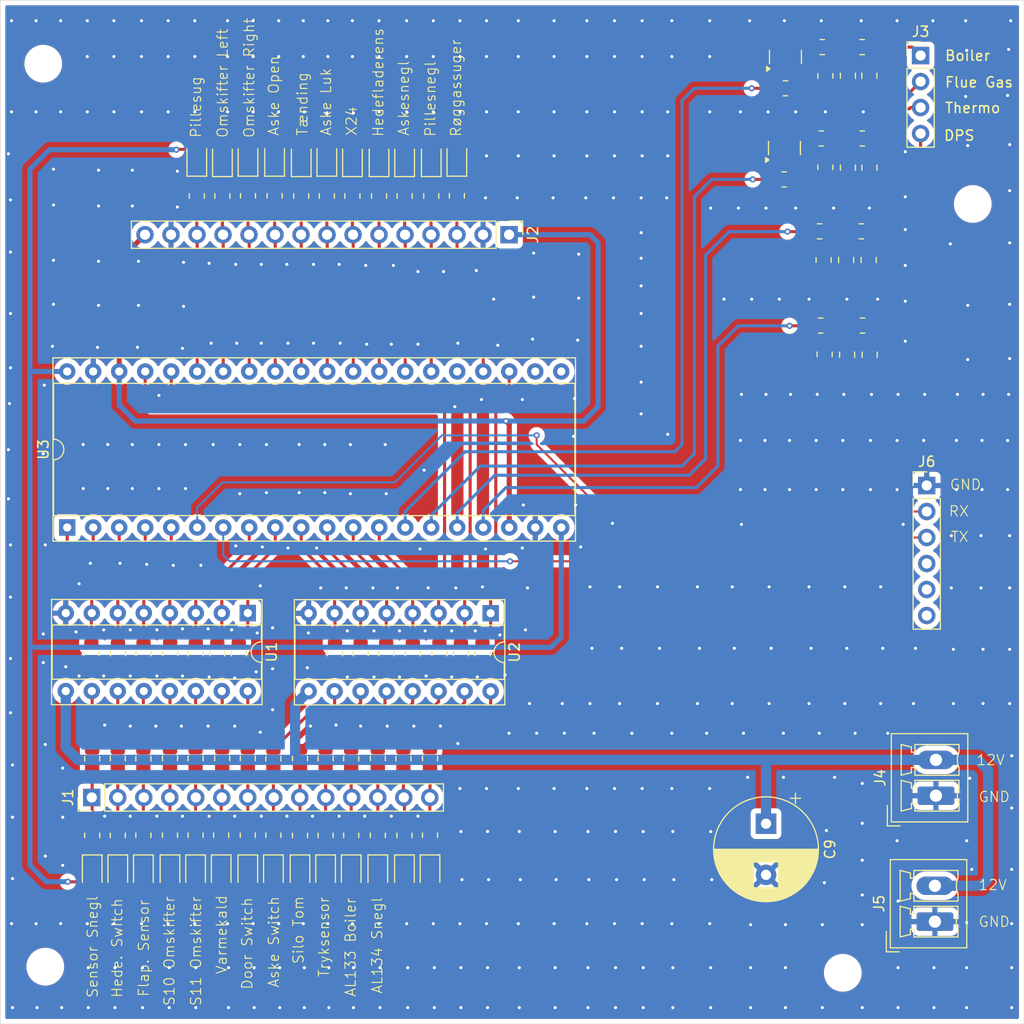
<source format=kicad_pcb>
(kicad_pcb (version 20240108) (generator "pcbnew") (generator_version "8.0")
  (layers (0 "F.Cu" signal) (31 "B.Cu" signal) (34 "B.Paste" user) (35 "F.Paste" user) (36 "B.SilkS" user "B.Silkscreen") (37 "F.SilkS" user "F.Silkscreen") (38 "B.Mask" user) (39 "F.Mask" user) (44 "Edge.Cuts" user))
  (net 0 "")
  (net 1 "+5V")
  (net 2 "Net-(D1-K)")
  (net 3 "Net-(D2-K)")
  (net 4 "Net-(D3-K)")
  (net 5 "Net-(D4-K)")
  (net 6 "Net-(D5-K)")
  (net 7 "Net-(D6-K)")
  (net 8 "Net-(D7-K)")
  (net 9 "Net-(D8-K)")
  (net 10 "Net-(D9-K)")
  (net 11 "Net-(D10-K)")
  (net 12 "Net-(D11-K)")
  (net 13 "Net-(D12-K)")
  (net 14 "Net-(D13-K)")
  (net 15 "Net-(D14-K)")
  (net 16 "GND")
  (net 17 "Net-(J1-Pin_13)")
  (net 18 "Net-(J1-Pin_3)")
  (net 19 "Net-(J1-Pin_12)")
  (net 20 "Net-(J1-Pin_10)")
  (net 21 "Net-(J1-Pin_11)")
  (net 22 "Net-(J1-Pin_5)")
  (net 23 "Net-(J1-Pin_4)")
  (net 24 "Net-(J1-Pin_8)")
  (net 25 "Net-(J1-Pin_6)")
  (net 26 "Net-(J1-Pin_9)")
  (net 27 "Net-(J1-Pin_14)")
  (net 28 "Net-(J1-Pin_2)")
  (net 29 "Net-(J1-Pin_1)")
  (net 30 "Net-(U1-O7)")
  (net 31 "Net-(U1-O6)")
  (net 32 "Net-(U1-O5)")
  (net 33 "Net-(U1-O4)")
  (net 34 "Net-(U1-O3)")
  (net 35 "Net-(U1-O2)")
  (net 36 "Net-(U1-O1)")
  (net 37 "Net-(U2-O7)")
  (net 38 "Net-(U2-O6)")
  (net 39 "Net-(U2-O5)")
  (net 40 "Net-(U2-O4)")
  (net 41 "Net-(U2-O3)")
  (net 42 "Net-(U2-O2)")
  (net 43 "Net-(U2-O1)")
  (net 44 "PA_8_X21")
  (net 45 "PB_12_X0")
  (net 46 "PB_13_X23")
  (net 47 "+12V")
  (net 48 "PA_12_X15")
  (net 49 "PB_14_X22")
  (net 50 "PB_15_X21")
  (net 51 "PA_11_X16")
  (net 52 "PA_15_X14")
  (net 53 "PB_3_X14")
  (net 54 "PB_4_X10")
  (net 55 "PC_15_X9")
  (net 57 "PA_4_X6")
  (net 59 "PA_2_X7")
  (net 60 "PA_5_X6")
  (net 61 "PB_1_X19")
  (net 62 "PA_6_X5")
  (net 63 "PB_0_X20")
  (net 64 "PA_3_X24")
  (net 66 "RX_1")
  (net 67 "TX_1")
  (net 68 "PA_7_X20")
  (net 69 "PA_0_X4")
  (net 70 "PA_1_X7")
  (net 71 "+3.3V")
  (net 72 "BS")
  (net 73 "PS")
  (net 74 "FS_PWM")
  (net 75 "Net-(Q1-D)")
  (net 76 "Net-(C1-Pad1)")
  (net 77 "TC")
  (net 78 "Net-(Q2-D)")
  (net 79 "BS_PWM")
  (net 80 "Net-(C5-Pad1)")
  (net 81 "TC_PWM")
  (net 82 "Net-(C7-Pad1)")
  (net 83 "DPS_PWM")
  (net 84 "Net-(C3-Pad1)")
  (net 85 "FS")
  (net 86 "PB_5")
  (net 87 "PB_2")
  (net 88 "PB_10")
  (net 89 "PC_14")
  (net 90 "Net-(D15-K)")
  (net 91 "Net-(D16-K)")
  (net 92 "Net-(D17-K)")
  (net 93 "Net-(D18-K)")
  (net 94 "Net-(D19-K)")
  (net 95 "Net-(D20-K)")
  (net 96 "Net-(D21-K)")
  (net 97 "Net-(D22-K)")
  (net 98 "Net-(D23-K)")
  (net 99 "Net-(D24-K)")
  (net 100 "Net-(D25-K)")
  (net 101 "Net-(J1-Pin_7)")
  (footprint "Resistor_SMD:R_0805_2012Metric" (layer "F.Cu") (at 129.48 121.5725 -90)
    (property "Reference" "R27" (hide yes))
    (property "Value" "R" (hide yes))
  )
  (footprint "Resistor_SMD:R_0805_2012Metric" (layer "F.Cu") (at 119.4 59.1125 90)
    (property "Reference" "R49" (hide yes))
    (property "Value" "R" (hide yes))
  )
  (footprint "LED_SMD:LED_0805_2012Metric" (layer "F.Cu") (at 116.68 125.1725 -90)
    (property "Reference" "D8" (hide yes))
    (property "Value" "LED" (hide yes))
  )
  (footprint "LED_SMD:LED_0805_2012Metric" (layer "F.Cu") (at 124.28 125.1725 -90)
    (property "Reference" "D11" (hide yes))
    (property "Value" "LED" (hide yes))
  )
  (footprint "Resistor_SMD:R_0805_2012Metric" (layer "F.Cu") (at 170.2 53.5 180)
    (property "Reference" "R29" (hide yes))
    (property "Value" "R" (hide yes))
  )
  (footprint "Resistor_SMD:R_0805_2012Metric" (layer "F.Cu") (at 129.5 59.1125 90)
    (property "Reference" "R45" (hide yes))
    (property "Value" "R" (hide yes))
  )
  (footprint "Resistor_SMD:R_0805_2012Metric" (layer "F.Cu") (at 111.58 121.56 -90)
    (property "Reference" "R20" (hide yes))
    (property "Value" "R" (hide yes))
  )
  (footprint "Resistor_SMD:R_0805_2012Metric" (layer "F.Cu") (at 109.08 114.06 -90)
    (property "Reference" "R5" (hide yes))
    (property "Value" "R" (hide yes))
  )
  (footprint "Connector_Phoenix_MC:PhoenixContact_MCV_1,5_2-G-3.5_1x02_P3.50mm_Vertical" (layer "F.Cu") (at 181.4 117.7 90)
    (property "Reference" "J4")
    (property "Value" "Screw_Terminal_01x02")
  )
  (footprint "Resistor_SMD:R_0805_2012Metric" (layer "F.Cu") (at 98.98 114.085 -90)
    (property "Reference" "R1" (hide yes))
    (property "Value" "R" (hide yes))
  )
  (footprint "LED_SMD:LED_0805_2012Metric" (layer "F.Cu") (at 129.5 55.5375 90)
    (property "Reference" "D17" (hide yes))
    (property "Value" "LED" (hide yes))
  )
  (footprint "Connector_PinHeader_2.54mm:PinHeader_1x15_P2.54mm_Vertical" (layer "F.Cu") (at 139.7 62.9 -90)
    (property "Reference" "J2")
    (property "Value" "Conn_01x15_Pin")
  )
  (footprint "Resistor_SMD:R_0805_2012Metric" (layer "F.Cu") (at 106.6 103.7875 -90)
    (property "Reference" "R57" (hide yes))
    (property "Value" "R" (hide yes))
  )
  (footprint "Capacitor_SMD:C_0805_2012Metric" (layer "F.Cu") (at 174.9 56.35 -90)
    (property "Reference" "C6" (hide yes))
    (property "Value" "C" (hide yes))
  )
  (footprint "Resistor_SMD:R_0805_2012Metric" (layer "F.Cu") (at 166.5875 57.5 180)
    (property "Reference" "R43" (hide yes))
    (property "Value" "10k" (hide yes))
  )
  (footprint "LED_SMD:LED_0805_2012Metric" (layer "F.Cu") (at 101.48 125.1725 -90)
    (property "Reference" "D2" (hide yes))
    (property "Value" "LED" (hide yes))
  )
  (footprint "Capacitor_SMD:C_0805_2012Metric" (layer "F.Cu") (at 172.8 56.35 -90)
    (property "Reference" "C5" (hide yes))
    (property "Value" "C" (hide yes))
  )
  (footprint "Resistor_SMD:R_0805_2012Metric" (layer "F.Cu") (at 124.28 121.5725 -90)
    (property "Reference" "R25" (hide yes))
    (property "Value" "R" (hide yes))
  )
  (footprint "LED_SMD:LED_0805_2012Metric" (layer "F.Cu") (at 129.48 125.1725 -90)
    (property "Reference" "D13" (hide yes))
    (property "Value" "LED" (hide yes))
  )
  (footprint "Resistor_SMD:R_0805_2012Metric" (layer "F.Cu") (at 101.5 103.8125 -90)
    (property "Reference" "R55" (hide yes))
    (property "Value" "R" (hide yes))
  )
  (footprint "Resistor_SMD:R_0805_2012Metric" (layer "F.Cu") (at 127 59.1125 90)
    (property "Reference" "R46" (hide yes))
    (property "Value" "R" (hide yes))
  )
  (footprint "Resistor_SMD:R_0805_2012Metric" (layer "F.Cu") (at 116.68 114.085 -90)
    (property "Reference" "R8" (hide yes))
    (property "Value" "R" (hide yes))
  )
  (footprint "LED_SMD:LED_0805_2012Metric" (layer "F.Cu") (at 124.4 55.5375 90)
    (property "Reference" "D19" (hide yes))
    (property "Value" "LED" (hide yes))
  )
  (footprint "Resistor_SMD:R_0805_2012Metric" (layer "F.Cu") (at 98.9 103.7875 -90)
    (property "Reference" "R54" (hide yes))
    (property "Value" "R" (hide yes))
  )
  (footprint "Capacitor_SMD:C_0805_2012Metric" (layer "F.Cu") (at 172.625 65.375 -90)
    (property "Reference" "C1" (hide yes))
    (property "Value" "1uF" (hide yes))
  )
  (footprint "LED_SMD:LED_0805_2012Metric" (layer "F.Cu") (at 114.18 125.1725 -90)
    (property "Reference" "D7" (hide yes))
    (property "Value" "LED" (hide yes))
  )
  (footprint "MountingHole:MountingHole_3.2mm_M3" (layer "F.Cu") (at 172.3 135)
    (property "Reference" "H4" (hide yes))
    (property "Value" "MountingHole" (hide yes))
  )
  (footprint "Capacitor_SMD:C_0805_2012Metric" (layer "F.Cu") (at 174.925 74.625 -90)
    (property "Reference" "C4" (hide yes))
    (property "Value" "C" (hide yes))
  )
  (footprint "Resistor_SMD:R_0805_2012Metric" (layer "F.Cu") (at 124.4 59.1125 90)
    (property "Reference" "R47" (hide yes))
    (property "Value" "R" (hide yes))
  )
  (footprint "Resistor_SMD:R_0805_2012Metric" (layer "F.Cu") (at 126.88 121.5725 -90)
    (property "Reference" "R26" (hide yes))
    (property "Value" "R" (hide yes))
  )
  (footprint "LED_SMD:LED_0805_2012Metric" (layer "F.Cu") (at 109.08 125.1725 -90)
    (property "Reference" "D5" (hide yes))
    (property "Value" "LED" (hide yes))
  )
  (footprint "Resistor_SMD:R_0805_2012Metric" (layer "F.Cu") (at 103.98 121.5725 -90)
    (property "Reference" "R17" (hide yes))
    (property "Value" "R" (hide yes))
  )
  (footprint "Resistor_SMD:R_0805_2012Metric" (layer "F.Cu") (at 174.225 71.775 180)
    (property "Reference" "R42" (hide yes))
    (property "Value" "R" (hide yes))
  )
  (footprint "Resistor_SMD:R_0805_2012Metric" (layer "F.Cu") (at 127.7 103.8125 -90)
    (property "Reference" "R63" (hide yes))
    (property "Value" "R" (hide yes))
  )
  (footprint "Connector_PinHeader_2.54mm:PinHeader_1x06_P2.54mm_Vertical" (layer "F.Cu") (at 180.5 87.4)
    (property "Reference" "J6")
    (property "Value" "Conn_01x06_Pin")
  )
  (footprint "Resistor_SMD:R_0805_2012Metric" (layer "F.Cu") (at 170.6 47.3875 -90)
    (property "Reference" "R36" (hide yes))
    (property "Value" "R" (hide yes))
  )
  (footprint "Connector_PinHeader_2.54mm:PinHeader_1x14_P2.54mm_Vertical" (layer "F.Cu") (at 98.94 117.8725 90)
    (property "Reference" "J1")
    (property "Value" "Conn_01x14_Pin" (hide yes))
  )
  (footprint "Resistor_SMD:R_0805_2012Metric" (layer "F.Cu") (at 126.88 114.06 -90)
    (property "Reference" "R12" (hide yes))
    (property "Value" "R" (hide yes))
  )
  (footprint "Resistor_SMD:R_0805_2012Metric" (layer "F.Cu") (at 121.78 114.0725 -90)
    (property "Reference" "R10" (hide yes))
    (property "Value" "R" (hide yes))
  )
  (footprint "Resistor_SMD:R_0805_2012Metric" (layer "F.Cu") (at 137.1 103.8125 -90)
    (property "Reference" "R67" (hide yes))
    (property "Value" "R" (hide yes))
  )
  (footprint "Resistor_SMD:R_0805_2012Metric" (layer "F.Cu") (at 174.1875 44.575 180)
    (property "Reference" "R37" (hide yes))
    (property "Value" "R" (hide yes))
  )
  (footprint "Resistor_SMD:R_0805_2012Metric" (layer "F.Cu") (at 131.98 121.56 -90)
    (property "Reference" "R28" (hide yes))
    (property "Value" "R" (hide yes))
  )
  (footprint "Resistor_SMD:R_0805_2012Metric" (layer "F.Cu") (at 109.08 121.56 -90)
    (property "Reference" "R19" (hide yes))
    (property "Value" "R" (hide yes))
  )
  (footprint "Capacitor_THT:CP_Radial_D10.0mm_P5.00mm" (layer "F.Cu") (at 164.8 120.432323 -90)
    (property "Reference" "C9")
    (property "Value" "C_Polarized")
  )
  (footprint "Resistor_SMD:R_0805_2012Metric" (layer "F.Cu") (at 109.1 103.8125 -90)
    (property "Reference" "R58" (hide yes))
    (property "Value" "R" (hide yes))
  )
  (footprint "LED_SMD:LED_0805_2012Metric" (layer "F.Cu") (at 121.9 55.5 90)
    (property "Reference" "D20" (hide yes))
    (property "Value" "LED" (hide yes))
  )
  (footprint "Package_DIP:DIP-40_W15.24mm_Socket" (layer "F.Cu") (at 96.54 91.5 90)
    (property "Reference" "U3")
    (property "Value" "~")
  )
  (footprint "LED_SMD:LED_0805_2012Metric" (layer "F.Cu") (at 119.28 125.1725 -90)
    (property "Reference" "D9" (hide yes))
    (property "Value" "LED" (hide yes))
  )
  (footprint "LED_SMD:LED_0805_2012Metric" (layer "F.Cu") (at 111.58 125.1725 -90)
    (property "Reference" "D6" (hide yes))
    (property "Value" "LED" (hide yes))
  )
  (footprint "Resistor_SMD:R_0805_2012Metric" (layer "F.Cu") (at 98.98 121.5725 -90)
    (property "Reference" "R15" (hide yes))
    (property "Value" "R" (hide yes))
  )
  (footprint "Resistor_SMD:R_0805_2012Metric" (layer "F.Cu") (at 132.1 59.1125 90)
    (property "Reference" "R39" (hide yes))
    (property "Value" "R" (hide yes))
  )
  (footprint "LED_SMD:LED_0805_2012Metric" (layer "F.Cu") (at 121.78 125.1725 -90)
    (property "Reference" "D10" (hide yes))
    (property "Value" "LED" (hide yes))
  )
  (footprint "Package_DIP:DIP-16_W7.62mm_Socket" (layer "F.Cu") (at 137.9 99.88 -90)
    (property "Reference" "U2")
    (property "Value" "ULN2003A")
  )
  (footprint "Resistor_SMD:R_0805_2012Metric" (layer "F.Cu") (at 122.7 103.8125 -90)
    (property "Reference" "R61" (hide yes))
    (property "Value" "R" (hide yes))
  )
  (footprint "Connector_Phoenix_MC:PhoenixContact_MCV_1,5_2-G-3.5_1x02_P3.50mm_Vertical" (layer "F.Cu") (at 181.3 130 90)
    (property "Reference" "J5")
    (property "Value" "Screw_Terminal_01x02")
  )
  (footprint "Resistor_SMD:R_0805_2012Metric" (layer "F.Cu") (at 119.28 114.0725 -90)
    (property "Reference" "R9" (hide yes))
    (property "Value" "R" (hide yes))
  )
  (footprint "Resistor_SMD:R_0805_2012Metric" (layer "F.Cu") (at 114.18 114.06 -90)
    (property "Reference" "R7" (hide yes))
    (property "Value" "R" (hide yes))
  )
  (footprint "LED_SMD:LED_0805_2012Metric" (layer "F.Cu") (at 103.98 125.1725 -90)
    (property "Reference" "D3" (hide yes))
    (property "Value" "LED" (hide yes))
  )
  (footprint "Resistor_SMD:R_0805_2012Metric" (layer "F.Cu") (at 104 103.8125 -90)
    (property "Reference" "R56" (hide yes))
    (property "Value" "R" (hide yes))
  )
  (footprint "Resistor_SMD:R_0805_2012Metric" (layer "F.Cu") (at 111.2 103.8125 -90)
    (property "Reference" "R59" (hide yes))
    (property "Value" "R" (hide yes))
  )
  (footprint "Capacitor_SMD:C_0805_2012Metric" (layer "F.Cu") (at 174.9 47.375 -90)
    (property "Reference" "C8" (hide yes))
    (property "Value" "C" (hide yes))
  )
  (footprint "LED_SMD:LED_0805_2012Metric" (layer "F.Cu") (at 119.4 55.5375 90)
    (property "Reference" "D21" (hide yes))
    (property "Value" "LED" (hide yes))
  )
  (footprint "Resistor_SMD:R_0805_2012Metric" (layer "F.Cu") (at 116.8 59.1 90)
    (property "Reference" "R50" (hide yes))
    (property "Value" "R" (hide yes))
  )
  (footprint "Resistor_SMD:R_0805_2012Metric" (layer "F.Cu") (at 113.3 103.8125 -90)
    (property "Reference" "R60" (hide yes))
    (property "Value" "R" (hide yes))
  )
  (footprint "Resistor_SMD:R_0805_2012Metric" (layer "F.Cu") (at 130.3 103.8125 -90)
    (property "Reference" "R64" (hide yes))
    (property "Value" "R" (hide yes))
  )
  (footprint "Resistor_SMD:R_0805_2012Metric" (layer "F.Cu") (at 114.2 59.1 90)
    (property "Reference" "R51" (hide yes))
    (property "Value" "R" (hide yes))
  )
  (footprint "MountingHole:MountingHole_3.2mm_M3" (layer "F.Cu") (at 94.2 46.2)
    (property "Reference" "H1" (hide yes))
    (property "Value" "MountingHole" (hide yes))
  )
  (footprint "Resistor_SMD:R_0805_2012Metric" (layer "F.Cu") (at 121.9 59.1125 90)
    (property "Reference" "R48" (hide yes))
    (property "Value" "R" (hide yes))
  )
  (footprint "Resistor_SMD:R_0805_2012Metric" (layer "F.Cu") (at 170.2875 44.575 180)
    (property "Reference" "R35" (hide yes))
    (property "Value" "R" (hide yes))
  )
  (footprint "Resistor_SMD:R_0805_2012Metric" (layer "F.Cu") (at 166.7 48.6 180)
    (property "Reference" "R44" (hide yes))
    (property "Value" "10k" (hide yes))
  )
  (footprint "LED_SMD:LED_0805_2012Metric" (layer "F.Cu") (at 106.58 125.1725 -90)
    (property "Reference" "D4" (hide yes))
    (property "Value" "LED" (hide yes))
  )
  (footprint "Resistor_SMD:R_0805_2012Metric" (layer "F.Cu") (at 119.28 121.585 -90)
    (property "Reference" "R23" (hide yes))
    (property "Value" "R" (hide yes))
  )
  (footprint "Resistor_SMD:R_0805_2012Metric" (layer "F.Cu") (at 125.2 103.8125 -90)
    (property "Reference" "R62" (hide yes))
    (property "Value" "R" (hide yes))
  )
  (footprint "Connector_PinHeader_2.54mm:PinHeader_1x04_P2.54mm_Vertical" (layer "F.Cu") (at 179.9 45.4)
    (property "Reference" "J3")
    (property "Value" "Conn_01x04_Pin" (hide yes))
  )
  (footprint "Resistor_SMD:R_0805_2012Metric" (layer "F.Cu") (at 109.2 59.1125 90)
    (property "Reference" "R53" (hide yes))
    (property "Value" "R" (hide yes))
  )
  (footprint "Resistor_SMD:R_0805_2012Metric" (layer "F.Cu") (at 170.1375 71.775 180)
    (property "Reference" "R40" (hide yes))
    (property "Value" "R" (hide yes))
  )
  (footprint "LED_SMD:LED_0805_2012Metric" (layer "F.Cu") (at 132.1 55.5375 90)
    (property "Reference" "D16" (hide yes))
    (property "Value" "LED" (hide yes))
  )
  (footprint "LED_SMD:LED_0805_2012Metric" (layer "F.Cu") (at 114.2 55.5 90)
    (property "Reference" "D23" (hide yes))
    (property "Value" "LED" (hide yes))
  )
  (footprint "Package_DIP:DIP-16_W7.62mm_Socket" (layer "F.Cu") (at 114.18 99.86 -90)
    (property "Reference" "U1")
    (property "Value" "ULN2003A")
  )
  (footprint "LED_SMD:LED_0805_2012Metric" (layer "F.Cu") (at 131.98 125.1725 -90)
    (property "Reference" "D14" (hide yes))
    (property "Value" "LED" (hide yes))
  )
  (footprint "Resistor_SMD:R_0805_2012Metric" (layer "F.Cu") (at 135 103.8125 -90)
    (property "Reference" "R66" (hide yes))
    (property "Value" "R" (hide yes))
  )
  (footprint "Resistor_SMD:R_0805_2012Metric" (layer "F.Cu") (at 101.48 121.5725 -90)
    (property "Reference" "R16" (hide yes))
    (property "Value" "R" (hide yes))
  )
  (footprint "Resistor_SMD:R_0805_2012Metric" (layer "F.Cu") (at 170.6 56.3125 -90)
    (property "Reference" "R30" (hide yes))
    (property "Value" "R" (hide yes))
  )
  (footprint "Capacitor_SMD:C_0805_2012Metric" (layer "F.Cu") (at 172.725 74.625 -90)
    (property "Reference" "C3" (hide yes))
    (property "Value" "C" (hide yes))
  )
  (footprint "MountingHole:MountingHole_3.2mm_M3" (layer "F.Cu") (at 185 59.9)
    (property "Reference" "H3" (hide yes))
    (property "Value" "MountingHole" (hide yes))
  )
  (footprint "LED_SMD:LED_0805_2012Metric" (layer "F.Cu") (at 126.88 125.1725 -90)
    (property "Reference" "D12" (hide yes))
    (property "Value" "LED" (hide yes))
  )
  (footprint "MountingHole:MountingHole_3.2mm_M3" (layer "F.Cu") (at 94.4 134.4)
    (property "Reference" "H2" (hide yes))
    (property "Value" "MountingHole" (hide yes))
  )
  (footprint "Package_TO_SOT_SMD:SOT-23" (layer "F.Cu") (at 166.6 54.4375 90)
    (property "Reference" "Q1" (hide yes))
    (property "Value" "AO3400A" (hide yes))
  )
  (footprint "LED_SMD:LED_0805_2012Metric" (layer "F.Cu") (at 109.2 55.5 90)
    (property "Reference" "D25" (hide yes))
    (property "Value" "LED" (hide yes))
  )
  (footprint "LED_SMD:LED_0805_2012Metric" (layer "F.Cu") (at 111.7 55.5375 90)
    (property "Reference" "D24" (hide yes))
    (property "Value" "LED" (hide yes))
  )
  (footprint "Resistor_SMD:R_0805_2012Metric" (layer "F.Cu") (at 101.48 114.0725 -90)
    (property "Reference" "R2" (hide yes))
    (property "Value" "R" (hide yes))
  )
  (footprint "LED_SMD:LED_0805_2012Metric" (layer "F.Cu") (at 127 55.5375 90)
    (property "Reference" "D18" (hide yes))
    (property "Value" "LED" (hide yes))
  )
  (footprint "Resistor_SMD:R_0805_2012Metric" (layer "F.Cu") (at 174.2 53.5 180)
    (property "Reference" "R34" (hide yes))
    (property "Value" "R" (hide yes))
  )
  (footprint "Capacitor_SMD:C_0805_2012Metric" (layer "F.Cu") (at 174.825 65.375 -90)
    (property "Reference" "C2" (hide yes))
    (property "Value" "1uF" (hide yes))
  )
  (footprint "Capacitor_SMD:C_0805_2012Metric" (layer "F.Cu") (at 172.8 47.375 -90)
    (property "Reference" "C7" (hide yes))
    (property "Value" "C" (hide yes))
  )
  (footprint "Resistor_SMD:R_0805_2012Metric" (layer "F.Cu") (at 129.38 114.0725 -90)
    (property "Reference" "R13" (hide yes))
    (property "Value" "R" (hide yes))
  )
  (footprint "Resistor_SMD:R_0805_2012Metric" (layer "F.Cu") (at 103.98 114.085 -90)
    (property "Reference" "R3" (hide yes))
    (property "Value" "R" (hide yes))
  )
  (footprint "Resistor_SMD:R_0805_2012Metric" (layer "F.Cu") (at 114.18 121.56 -90)
    (property "Reference" "R21" (hide yes))
    (property "Value" "R" (hide yes))
  )
  (footprint "Resistor_SMD:R_0805_2012Metric" (layer "F.Cu") (at 111.68 114.06 -90)
    (property "Reference" "R6" (hide yes))
    (property "Value" "R" (hide yes))
  )
  (footprint "Resistor_SMD:R_0805_2012Metric" (layer "F.Cu") (at 174.1125 62.575 180)
    (property "Reference" "R33" (hide yes))
    (property "Value" "10k" (hide yes))
  )
  (footprint "Resistor_SMD:R_0805_2012Metric" (layer "F.Cu") (at 106.58 121.56 -90)
    (property "Reference" "R18" (hide yes))
    (property "Value" "R" (hide yes))
  )
  (footprint "Resistor_SMD:R_0805_2012Metric" (layer "F.Cu") (at 170.425 65.3625 -90)
    (property "Reference" "R32" (hide yes))
    (property "Value" "1k" (hide yes))
  )
  (footprint "Resistor_SMD:R_0805_2012Metric" (layer "F.Cu") (at 111.7 59.1125 90)
    (property "Reference" "R52" (hide yes))
    (property "Value" "R" (hide yes))
  )
  (footprint "LED_SMD:LED_0805_2012Metric" (layer "F.Cu") (at 116.8 55.5 90)
    (property "Reference" "D22" (hide yes))
    (property "Value" "LED" (hide yes))
  )
  (footprint "LED_SMD:LED_0805_2012Metric" (layer "F.Cu") (at 134.6 55.5 90)
    (property "Reference" "D15" (hide yes))
    (property "Value" "LED" (hide yes))
  )
  (footprint "Resistor_SMD:R_0805_2012Metric" (layer "F.Cu") (at 131.98 114.06 -90)
    (property "Reference" "R14" (hide yes))
    (property "Value" "R" (hide yes))
  )
  (footprint "Resistor_SMD:R_0805_2012Metric" (layer "F.Cu") (at 106.58 114.06 -90)
    (property "Reference" "R4" (hide yes))
    (property "Value" "R" (hide yes))
  )
  (footprint "LED_SMD:LED_0805_2012Metric" (layer "F.Cu") (at 98.98 125.1725 -90)
    (property "Reference" "D1" (hide yes))
    (property "Value" "LED" (hide yes))
  )
  (footprint "Resistor_SMD:R_0805_2012Metric" (layer "F.Cu") (at 134.6 59.1 90)
    (property "Reference" "R38" (hide yes))
    (property "Value" "R" (hide yes))
  )
  (footprint "Resistor_SMD:R_0805_2012Metric" (layer "F.Cu") (at 132.9 103.8125 -90)
    (property "Reference" "R65" (hide yes))
    (property "Value" "R" (hide yes))
  )
  (footprint "Resistor_SMD:R_0805_2012Metric" (layer "F.Cu") (at 170.525 74.5875 -90)
    (property "Reference" "R41" (hide yes))
    (property "Value" "R" (hide yes))
  )
  (footprint "Resistor_SMD:R_0805_2012Metric" (layer "F.Cu") (at 116.68 121.56 -90)
    (property "Reference" "R22" (hide yes))
    (property "Value" "R" (hide yes))
  )
  (footprint "Package_TO_SOT_SMD:SOT-23" (layer "F.Cu") (at 166.7 45.5375 90)
    (property "Reference" "Q2" (hide yes))
    (property "Value" "AO3400A" (hide yes))
  )
  (footprint "Resistor_SMD:R_0805_2012Metric" (layer "F.Cu") (at 121.78 121.5725 -90)
    (property "Reference" "R24" (hide yes))
    (property "Value" "R" (hide yes))
  )
  (footprint "Resistor_SMD:R_0805_2012Metric" (layer "F.Cu") (at 124.28 114.0725 -90)
    (property "Reference" "R11" (hide yes))
    (property "Value" "R" (hide yes))
  )
  (footprint "Resistor_SMD:R_0805_2012Metric" (layer "F.Cu") (at 170.0375 62.575 180)
    (property "Reference" "R31" (hide yes))
    (property "Value" "66k" (hide yes))
  )
  (gr_line (start 190 140) (end 90 140) (stroke (width 0.05)) (layer "Edge.Cuts"))
  (gr_line (start 190 40) (end 190 140) (stroke (width 0.05)) (layer "Edge.Cuts"))
  (gr_line (start 90 140) (end 90 40) (stroke (width 0.05)) (layer "Edge.Cuts"))
  (gr_line (start 90 40) (end 190 40) (stroke (width 0.05)) (layer "Edge.Cuts"))
  (gr_text "AL134 Snegl" (at 127.4 137.1 90) (layer "F.SilkS") (effects (font (size 1 1) (thickness 0.1)) (justify left bottom)))
  (gr_text "GND" (at 182.7 87.9 0) (layer "F.SilkS") (effects (font (size 1 1) (thickness 0.1)) (justify left bottom)))
  (gr_text "DPS" (at 182.1 53.8 0) (layer "F.SilkS") (effects (font (size 1 1)) (justify left bottom)))
  (gr_text "Flap. Sensor" (at 104.6 137.4 90) (layer "F.SilkS") (effects (font (size 1 1) (thickness 0.1)) (justify left bottom)))
  (gr_text "Omskifter Right" (at 114.9 53.5 90) (layer "F.SilkS") (effects (font (size 1 1) (thickness 0.1)) (justify left bottom)))
  (gr_text "Omskifter Left" (at 112.3 53.5 90) (layer "F.SilkS") (effects (font (size 1 1) (thickness 0.1)) (justify left bottom)))
  (gr_text "Flue Gas" (at 182.2 48.6 0) (layer "F.SilkS") (effects (font (size 1 1)) (justify left bottom)))
  (gr_text "Hede. Switch" (at 102 137.5 90) (layer "F.SilkS") (effects (font (size 1 1) (thickness 0.1)) (justify left bottom)))
  (gr_text "Røggassuger" (at 135.1 53.4 90) (layer "F.SilkS") (effects (font (size 1 1) (thickness 0.1)) (justify left bottom)))
  (gr_text "Tænding" (at 120.1 53.3 90) (layer "F.SilkS") (effects (font (size 1 1) (thickness 0.1)) (justify left bottom)))
  (gr_text "GND" (at 185.5 118.4 0) (layer "F.SilkS") (effects (font (size 1 1) (thickness 0.1)) (justify left bottom)))
  (gr_text "Aske Open" (at 117.3 53.3 90) (layer "F.SilkS") (effects (font (size 1 1) (thickness 0.1)) (justify left bottom)))
  (gr_text "12V" (at 185.3 114.8 0) (layer "F.SilkS") (effects (font (size 1 1) (thickness 0.1)) (justify left bottom)))
  (gr_text "Aske Switch" (at 117.3 136.5 90) (layer "F.SilkS") (effects (font (size 1 1) (thickness 0.1)) (justify left bottom)))
  (gr_text "AL133 Boiler" (at 124.8 137.4 90) (layer "F.SilkS") (effects (font (size 1 1) (thickness 0.1)) (justify left bottom)))
  (gr_text "S11 Omskifter" (at 109.7 138.3 90) (layer "F.SilkS") (effects (font (size 1 1) (thickness 0.1)) (justify left bottom)))
  (gr_text "TX" (at 182.8 93 0) (layer "F.SilkS") (effects (font (size 1 1) (thickness 0.1)) (justify left bottom)))
  (gr_text "Thermo" (at 182.2 51.1 0) (layer "F.SilkS") (effects (font (size 1 1)) (justify left bottom)))
  (gr_text "Sensor Snegl" (at 99.6 137.5 90) (layer "F.SilkS") (effects (font (size 1 1) (thickness 0.1)) (justify left bottom)))
  (gr_text "Door Switch" (at 114.7 136.7 90) (layer "F.SilkS") (effects (font (size 1 1) (thickness 0.1)) (justify left bottom)))
  (gr_text "RX" (at 182.6 90.5 0) (layer "F.SilkS") (effects (font (size 1 1) (thickness 0.1)) (justify left bottom)))
  (gr_text "X24" (at 124.9 53.3 90) (layer "F.SilkS") (effects (font (size 1 1) (thickness 0.1)) (justify left bottom)))
  (gr_text "Boiler" (at 182.2 46 0) (layer "F.SilkS") (effects (font (size 1 1)) (justify left bottom)))
  (gr_text "Varmekald" (at 112.2 135.2 90) (layer "F.SilkS") (effects (font (size 1 1) (thickness 0.1)) (justify left bottom)))
  (gr_text "12V" (at 185.5 127 0) (layer "F.SilkS") (effects (font (size 1 1) (thickness 0.1)) (justify left bottom)))
  (gr_text "GND" (at 185.5 130.6 0) (layer "F.SilkS") (effects (font (size 1 1) (thickness 0.1)) (justify left bottom)))
  (gr_text "S10 Omskifter" (at 107.1 138.3 90) (layer "F.SilkS") (effects (font (size 1 1) (thickness 0.1)) (justify left bottom)))
  (gr_text "Hedefladerens" (at 127.5 53.4 90) (layer "F.SilkS") (effects (font (size 1 1) (thickness 0.1)) (justify left bottom)))
  (gr_text "Tryksensor" (at 122.2 135.5 90) (layer "F.SilkS") (effects (font (size 1 1) (thickness 0.1)) (justify left bottom)))
  (gr_text "Askesnegl" (at 130 53.3 90) (layer "F.SilkS") (effects (font (size 1 1) (thickness 0.1)) (justify left bottom)))
  (gr_text "Pillesug" (at 109.7 53.5 90) (layer "F.SilkS") (effects (font (size 1 1) (thickness 0.1)) (justify left bottom)))
  (gr_text "Aske Luk" (at 122.4 53.3 90) (layer "F.SilkS") (effects (font (size 1 1) (thickness 0.1)) (justify left bottom)))
  (gr_text "Silo Tom" (at 119.7 134.2 90) (layer "F.SilkS") (effects (font (size 1 1) (thickness 0.1)) (justify left bottom)))
  (gr_text "Pillesnegl" (at 132.6 53.4 90) (layer "F.SilkS") (effects (font (size 1 1) (thickness 0.1)) (justify left bottom)))
  (segment (start 124.28 126.11) (end 121.78 126.11) (width 0.3) (layer "F.Cu") (net 1))
  (segment (start 121.9 54.5625) (end 124.3625 54.5625) (width 0.3) (layer "F.Cu") (net 1))
  (segment (start 107.2375 54.5625) (end 107.2 54.6) (width 0.3) (layer "F.Cu") (net 1))
  (segment (start 131.98 126.11) (end 129.48 126.11) (width 0.3) (layer "F.Cu") (net 1))
  (segment (start 129.5 54.6) (end 132.1 54.6) (width 0.3) (layer "F.Cu") (net 1))
  (segment (start 109.2 54.5625) (end 107.2375 54.5625) (width 0.3) (layer "F.Cu") (net 1))
  (segment (start 98.98 126.11) (end 96.61 126.11) (width 0.3) (layer "F.Cu") (net 1))
  (segment (start 116.8 54.5625) (end 119.3625 54.5625) (width 0.3) (layer "F.Cu") (net 1))
  (segment (start 114.18 126.11) (end 111.58 126.11) (width 0.3) (layer "F.Cu") (net 1))
  (segment (start 101.48 126.11) (end 98.98 126.11) (width 0.3) (layer "F.Cu") (net 1))
  (segment (start 126.88 126.11) (end 129.48 126.11) (width 0.3) (layer "F.Cu") (net 1))
  (segment (start 119.28 126.11) (end 116.68 126.11) (width 0.3) (layer "F.Cu") (net 1))
  (segment (start 111.7 54.6) (end 114.1625 54.6) (width 0.3) (layer "F.Cu") (net 1))
  (segment (start 106.58 126.11) (end 103.98 126.11) (width 0.3) (layer "F.Cu") (net 1))
  (segment (start 132.1 54.6) (end 134.5625 54.6) (width 0.3) (layer "F.Cu") (net 1))
  (segment (start 109.08 126.11) (end 106.58 126.11) (width 0.3) (layer "F.Cu") (net 1))
  (segment (start 124.4 54.6) (end 127 54.6) (width 0.3) (layer "F.Cu") (net 1))
  (segment (start 109.2 54.5625) (end 111.6625 54.5625) (width 0.3) (layer "F.Cu") (net 1))
  (segment (start 116.68 126.11) (end 114.18 126.11) (width 0.3) (layer "F.Cu") (net 1))
  (segment (start 119.4 54.6) (end 121.8625 54.6) (width 0.3) (layer "F.Cu") (net 1))
  (segment (start 96.61 126.11) (end 96.6 126.1) (width 0.3) (layer "F.Cu") (net 1))
  (segment (start 114.2 54.5625) (end 116.8 54.5625) (width 0.3) (layer "F.Cu") (net 1))
  (segment (start 121.78 126.11) (end 119.28 126.11) (width 0.3) (layer "F.Cu") (net 1))
  (segment (start 103.98 126.11) (end 101.48 126.11) (width 0.3) (layer "F.Cu") (net 1))
  (segment (start 111.58 126.11) (end 109.08 126.11) (width 0.3) (layer "F.Cu") (net 1))
  (segment (start 126.88 126.11) (end 124.28 126.11) (width 0.3) (layer "F.Cu") (net 1))
  (segment (start 127 54.6) (end 129.5 54.6) (width 0.3) (layer "F.Cu") (net 1))
  (via (at 96.6 126.1) (size 0.6) (drill 0.3) (layers "F.Cu" "B.Cu") (net 1))
  (via (at 107.2 54.6) (size 0.6) (drill 0.3) (layers "F.Cu" "B.Cu") (net 1))
  (segment (start 144.8 102.2) (end 144.8 91.5) (width 0.5) (layer "B.Cu") (net 1))
  (segment (start 92.9 124.5) (end 94.5 126.1) (width 0.5) (layer "B.Cu") (net 1))
  (segment (start 94.5 126.1) (end 96.6 126.1) (width 0.5) (layer "B.Cu") (net 1))
  (segment (start 92.9 56.5) (end 94.8 54.6) (width 0.5) (layer "B.Cu") (net 1))
  (segment (start 92.96 76.26) (end 92.9 76.2) (width 0.5) (layer "B.Cu") (net 1))
  (segment (start 92.9 103.2) (end 92.9 124.5) (width 0.5) (layer "B.Cu") (net 1))
  (segment (start 94.8 54.6) (end 107.2 54.6) (width 0.5) (layer "B.Cu") (net 1))
  (segment (start 143.8 103.2) (end 144.8 102.2) (width 0.5) (layer "B.Cu") (net 1))
  (segment (start 96.54 76.26) (end 92.96 76.26) (width 0.5) (layer "B.Cu") (net 1))
  (segment (start 92.9 103.2) (end 143.8 103.2) (width 0.5) (layer "B.Cu") (net 1))
  (segment (start 92.9 76.2) (end 92.9 103.2) (width 0.5) (layer "B.Cu") (net 1))
  (segment (start 92.9 76.2) (end 92.9 56.5) (width 0.5) (layer "B.Cu") (net 1))
  (segment (start 98.98 124.235) (end 98.98 122.485) (width 0.3) (layer "F.Cu") (net 2))
  (segment (start 101.48 124.235) (end 101.48 122.485) (width 0.3) (layer "F.Cu") (net 3))
  (segment (start 103.98 124.235) (end 103.98 122.485) (width 0.3) (layer "F.Cu") (net 4))
  (segment (start 106.58 124.235) (end 106.58 122.4725) (width 0.3) (layer "F.Cu") (net 5))
  (segment (start 109.08 124.235) (end 109.08 122.4725) (width 0.3) (layer "F.Cu") (net 6))
  (segment (start 111.58 124.235) (end 111.58 122.4725) (width 0.3) (layer "F.Cu") (net 7))
  (segment (start 114.18 124.235) (end 114.18 122.4725) (width 0.3) (layer "F.Cu") (net 8))
  (segment (start 116.68 124.235) (end 116.68 122.4725) (width 0.3) (layer "F.Cu") (net 9))
  (segment (start 119.28 124.235) (end 119.28 122.4975) (width 0.3) (layer "F.Cu") (net 10))
  (segment (start 121.78 124.235) (end 121.78 122.485) (width 0.3) (layer "F.Cu") (net 11))
  (segment (start 124.28 124.235) (end 124.28 122.485) (width 0.3) (layer "F.Cu") (net 12))
  (segment (start 126.88 124.235) (end 126.88 122.485) (width 0.3) (layer "F.Cu") (net 13))
  (segment (start 129.48 124.235) (end 129.48 122.485) (width 0.3) (layer "F.Cu") (net 14))
  (segment (start 131.98 124.235) (end 131.98 122.4725) (width 0.3) (layer "F.Cu") (net 15))
  (segment (start 98.925 104.725) (end 98.9 104.7) (width 0.3) (layer "F.Cu") (net 16))
  (segment (start 109.1 104.725) (end 106.625 104.725) (width 0.3) (layer "F.Cu") (net 16))
  (segment (start 104.025 104.7) (end 104 104.725) (width 0.3) (layer "F.Cu") (net 16))
  (segment (start 130.3 104.725) (end 127.7 104.725) (width 0.3) (layer "F.Cu") (net 16))
  (segment (start 106.6 104.7) (end 104.025 104.7) (width 0.3) (layer "F.Cu") (net 16))
  (segment (start 101.5 104.725) (end 98.925 104.725) (width 0.3) (layer "F.Cu") (net 16))
  (segment (start 132.9 104.725) (end 130.3 104.725) (width 0.3) (layer "F.Cu") (net 16))
  (segment (start 125.2 104.725) (end 122.7 104.725) (width 0.3) (layer "F.Cu") (net 16))
  (segment (start 104 104.725) (end 101.5 104.725) (width 0.3) (layer "F.Cu") (net 16))
  (segment (start 106.625 104.725) (end 106.6 104.7) (width 0.3) (layer "F.Cu") (net 16))
  (segment (start 127.7 104.725) (end 125.2 104.725) (width 0.3) (layer "F.Cu") (net 16))
  (via (at 174.2 130.3) (size 0.6) (drill 0.3) (layers "F.Cu" "B.Cu") (net 16))
  (via (at 152.6 59.3) (size 0.6) (drill 0.3) (layers "F.Cu" "B.Cu") (net 16))
  (via (at 177.6 83) (size 0.6) (drill 0.3) (layers "F.Cu" "B.Cu") (net 16))
  (via (at 112.9 110.9) (size 0.6) (drill 0.3) (layers "F.Cu" "B.Cu") (net 16))
  (via (at 100.1 106) (size 0.6) (drill 0.3) (layers "F.Cu" "B.Cu") (net 16))
  (via (at 118.1 93.5) (size 0.6) (drill 0.3) (layers "F.Cu" "B.Cu") (net 16))
  (via (at 112.9 119.7) (size 0.6) (drill 0.3) (layers "F.Cu" "B.Cu") (net 16))
  (via (at 138.8 102) (size 0.6) (drill 0.3) (layers "F.Cu" "B.Cu") (net 16))
  (via (at 101.1 50.9) (size 0.6) (drill 0.3) (layers "F.Cu" "B.Cu") (net 16))
  (via (at 113.1 73.5) (size 0.6) (drill 0.3) (layers "F.Cu" "B.Cu") (net 16))
  (via (at 166.6 42) (size 0.6) (drill 0.3) (layers "F.Cu" "B.Cu") (net 16))
  (via (at 165 50.9) (size 0.6) (drill 0.3) (layers "F.Cu" "B.Cu") (net 16))
  (via (at 152.7 42) (size 0.6) (drill 0.3) (layers "F.Cu" "B.Cu") (net 16))
  (via (at 127 130.2) (size 0.6) (drill 0.3) (layers "F.Cu" "B.Cu") (net 16))
  (via (at 124.5 138.4) (size 0.6) (drill 0.3) (layers "F.Cu" "B.Cu") (net 16))
  (via (at 127.1 138.4) (size 0.6) (drill 0.3) (layers "F.Cu" "B.Cu") (net 16))
  (via (at 155.6 42) (size 0.6) (drill 0.3) (layers "F.Cu" "B.Cu") (net 16))
  (via (at 144.1 55.2) (size 0.6) (drill 0.3) (layers "F.Cu" "B.Cu") (net 16))
  (via (at 159 111.6) (size 0.6) (drill 0.3) (layers "F.Cu" "B.Cu") (net 16))
  (via (at 128.2 119.7) (size 0.6) (drill 0.3) (layers "F.Cu" "B.Cu") (net 16))
  (via (at 95.9 130.2) (size 0.6) (drill 0.3) (layers "F.Cu" "B.Cu") (net 16))
  (via (at 137.7 125.9) (size 0.6) (drill 0.3) (layers "F.Cu" "B.Cu") (net 16))
  (via (at 152.6 65.2) (size 0.6) (drill 0.3) (layers "F.Cu" "B.Cu") (net 16))
  (via (at 102.7 101.5) (size 0.6) (drill 0.3) (layers "F.Cu" "B.Cu") (net 16))
  (via (at 119.7 134.5) (size 0.6) (drill 0.3) (layers "F.Cu" "B.Cu") (net 16))
  (via (at 119.2 88.1) (size 0.6) (drill 0.3) (layers "F.Cu" "B.Cu") (net 16))
  (via (at 174.9 60.3) (size 0.6) (drill 0.3) (layers "F.Cu" "B.Cu") (net 16))
  (via (at 164.7 83) (size 0.6) (drill 0.3) (layers "F.Cu" "B.Cu") (net 16))
  (via (at 117.2 45.5) (size 0.6) (drill 0.3) (layers "F.Cu" "B.Cu") (net 16))
  (via (at 137.6 121.2) (size 0.6) (drill 0.3) (layers "F.Cu" "B.Cu") (net 16))
  (via (at 159.3 45.5) (size 0.6) (drill 0.3) (layers "F.Cu" "B.Cu") (net 16))
  (via (at 152.6 67.9) (size 0.6) (drill 0.3) (layers "F.Cu" "B.Cu") (net 16))
  (via (at 172.3 83) (size 0.6) (drill 0.3) (layers "F.Cu" "B.Cu") (net 16))
  (via (at 140.6 45.5) (size 0.6) (drill 0.3) (layers "F.Cu" "B.Cu") (net 16))
  (via (at 152.6 62.7) (size 0.6) (drill 0.3) (layers "F.Cu" "B.Cu") (net 16))
  (via (at 121.9 51) (size 0.6) (drill 0.3) (layers "F.Cu" "B.Cu") (net 16))
  (via (at 163.3 138.4) (size 0.6) (drill 0.3) (layers "F.Cu" "B.Cu") (net 16))
  (via (at 127.1 134.5) (size 0.6) (drill 0.3) (layers "F.Cu" "B.Cu") (net 16))
  (via (at 178.4 54.8) (size 0.6) (drill 0.3) (layers "F.Cu" "B.Cu") (net 16))
  (via (at 91.1 42) (size 0.6) (drill 0.3) (layers "F.Cu" "B.Cu") (net 16))
  (via (at 106.4 50.9) (size 0.6) (drill 0.3) (layers "F.Cu" "B.Cu") (net 16))
  (via (at 140.5 59.3) (size 0.6) (drill 0.3) (layers "F.Cu" "B.Cu") (net 16))
  (via (at 108.1 83.4) (size 0.6) (drill 0.3) (layers "F.Cu" "B.Cu") (net 16))
  (via (at 182.9 97.4) (size 0.6) (drill 0.3) (layers "F.Cu" "B.Cu") (net 16))
  (via (at 115.4 97.2) (size 0.6) (drill 0.3) (layers "F.Cu" "B.Cu") (net 16))
  (via (at 105.3 101.5) (size 0.6) (drill 0.3) (layers "F.Cu" "B.Cu") (net 16))
  (via (at 122.1 138.4) (size 0.6) (drill 0.3) (layers "F.Cu" "B.Cu") (net 16))
  (via (at 98.5 130.2) (size 0.6) (drill 0.3) (layers "F.Cu" "B.Cu") (net 16))
  (via (at 94.2 84.3) (size 0.6) (drill 0.3) (layers "F.Cu" "B.Cu") (net 16))
  (via (at 120 105.2) (size 0.6) (drill 0.3) (layers "F.Cu" "B.Cu") (net 16))
  (via (at 144.1 130.2) (size 0.6) (drill 0.3) (layers "F.Cu" "B.Cu") (net 16))
  (via (at 147.3 55.2) (size 0.6) (drill 0.3) (layers "F.Cu" "B.Cu") (net 16))
  (via (at 122.8 110.8) (size 0.6) (drill 0.3) (layers "F.Cu" "B.Cu") (net 16))
  (via (at 137.1 97.3) (size 0.6) (drill 0.3) (layers "F.Cu" "B.Cu") (net 16))
  (via (at 115 105.6) (size 0.6) (drill 0.3) (layers "F.Cu" "B.Cu") (net 16))
  (via (at 91 75.9) (size 0.6) (drill 0.3) (layers "F.Cu" "B.Cu") (net 16))
  (via (at 142.4 111.6) (size 0.6) (drill 0.3) (layers "F.Cu" "B.Cu") (net 16))
  (via (at 127 45.5) (size 0.6) (drill 0.3) (layers "F.Cu" "B.Cu") (net 16))
  (via (at 154.2 97.3) (size 0.6) (drill 0.3) (layers "F.Cu" "B.Cu") (net 16))
  (via (at 185.8 97.4) (size 0.6) (drill 0.3) (layers "F.Cu" "B.Cu") (net 16))
  (via (at 162.1 60.3) (size 0.6) (drill 0.3) (layers "F.Cu" "B.Cu") (net 16))
  (via (at 161.5 108.7) (size 0.6) (drill 0.3) (layers "F.Cu" "B.Cu") (net 16))
  (via (at 162.3 87.8) (size 0.6) (drill 0.3) (layers "F.Cu" "B.Cu") (net 16))
  (via (at 107.8 119.7) (size 0.6) (drill 0.3) (layers "F.Cu" "B.Cu") (net 16))
  (via (at 147.4 134.5) (size 0.6) (drill 0.3) (layers "F.Cu" "B.Cu") (net 16))
  (via (at 91 64.6) (size 0.6) (drill 0.3) (layers "F.Cu" "B.Cu") (net 16))
  (via (at 166.7 138.4) (size 0.6) (drill 0.3) (layers "F.Cu" "B.Cu") (net 16))
  (via (at 150.2 125.9) (size 0.6) (drill 0.3) (layers "F.Cu" "B.Cu") (net 16))
  (via (at 188.6 103.4) (size 0.6) (drill 0.3) (layers "F.Cu" "B.Cu") (net 16))
  (via (at 112.2 130.2) (size 0.6) (drill 0.3) (layers "F.Cu" "B.Cu") (net 16))
  (via (at 183.1 108.7) (size 0.6) (drill 0.3) (layers "F.Cu" "B.Cu") (net 16))
  (via (at 182.9 92.3) (size 0.6) (drill 0.3) (layers "F.Cu" "B.Cu") (net 16))
  (via (at 166.7 130.3) (size 0.6) (drill 0.3) (layers "F.Cu" "B.Cu") (net 16))
  (via (at 122.1 134.5) (size 0.6) (drill 0.3) (layers "F.Cu" "B.Cu") (net 16))
  (via (at 158.1 108.7) (size 0.6) (drill 0.3) (layers "F.Cu" "B.Cu") (net 16))
  (via (at 188.8 130.2) (size 0.6) (drill 0.3) (layers "F.Cu" "B.Cu") (net 16))
  (via (at 158.1 97.3) (size 0.6) (drill 0.3) (layers "F.Cu" "B.Cu") (net 16))
  (via (at 164.8 78.5) (size 0.6) (drill 0.3) (layers "F.Cu" "B.Cu") (net 16))
  (via (at 180.3 78.5) (size 0.6) (drill 0.3) (layers "F.Cu" "B.Cu") (net 16))
  (via (at 147.3 130.2) (size 0.6) (drill 0.3) (layers "F.Cu" "B.Cu") (net 16))
  (via (at 122 42) (size 0.6) (drill 0.3) (layers "F.Cu" "B.Cu") (net 16))
  (via (at 164.7 87.8) (size 0.6) (drill 0.3) (layers "F.Cu" "B.Cu") (net 16))
  (via (at 150 55.2) (size 0.6) (drill 0.3) (layers "F.Cu" "B.Cu") (net 16))
  (via (at 115.4 111.5) (size 0.6) (drill 0.3) (layers "F.Cu" "B.Cu") (net 16))
  (via (at 178.4 73.3) (size 0.6) (drill 0.3) (layers "F.Cu" "B.Cu") (net 16))
  (via (at 109.1 134.5) (size 0.6) (drill 0.3) (layers "F.Cu" "B.Cu") (net 16))
  (via (at 95.9 50.9) (size 0.6) (drill 0.3) (layers "F.Cu" "B.Cu") (net 16))
  (via (at 166.7 134.5) (size 0.6) (drill 0.3) (layers "F.Cu" "B.Cu") (net 16))
  (via (at 160.7 69.2) (size 0.6) (drill 0.3) (layers "F.Cu" "B.Cu") (net 16))
  (via (at 91.1 130.2) (size 0.6) (drill 0.3) (layers "F.Cu" "B.Cu") (net 16))
  (via (at 176 97.3) (size 0.6) (drill 0.3) (layers "F.Cu" "B.Cu") (net 16))
  (via (at 175.1 78.5) (size 0.6) (drill 0.3) (layers "F.Cu" "B.Cu") (net 16))
  (via (at 174.2 138.4) (size 0.6) (drill 0.3) (layers "F.Cu" "B.Cu") (net 16))
  (via (at 154.4 103.3) (size 0.6) (drill 0.3) (layers "F.Cu" "B.Cu") (net 16))
  (via (at 112.2 50.9) (size 0.6) (drill 0.3) (layers "F.Cu" "B.Cu") (net 16))
  (via (at 101.2 138.4) (size 0.6) (drill 0.3) (layers "F.Cu" "B.Cu") (net 16))
  (via (at 90.8 55) (size 0.6) (drill 0.3) (layers "F.Cu" "B.Cu") (net 16))
  (via (at 91 93.2) (size 0.6) (drill 0.3) (layers "F.Cu" "B.Cu") (net 16))
  (via (at 98.1 83.4) (size 0.6) (drill 0.3) (layers "F.Cu" "B.Cu") (net 16))
  (via (at 112.3 134.5) (size 0.6) (drill 0.3) (layers "F.Cu" "B.Cu") (net 16))
  (via (at 101.1 42) (size 0.6) (drill 0.3) (layers "F.Cu" "B.Cu") (net 16))
  (via (at 123.1 119.7) (size 0.6) (drill 0.3) (layers "F.Cu" "B.Cu") (net 16))
  (via (at 155.2 50.9) (size 0.6) (drill 0.3) (layers "F.Cu" "B.Cu") (net 16))
  (via (at 158.3 103.3) (size 0.6) (drill 0.3) (layers "F.Cu" "B.Cu") (net 16))
  (via (at 109 130.2) (size 0.6) (drill 0.3) (layers "F.Cu" "B.Cu") (net 16))
  (via (at 132.3 45.5) (size 0.6) (drill 0.3) (layers "F.Cu" "B.Cu") (net 16))
  (via (at 109 50.9) (size 0.6) (drill 0.3) (layers "F.Cu" "B.Cu") (net 16))
  (via (at 147.3 45.5) (size 0.6) (drill 0.3) (layers "F.Cu" "B.Cu") (net 16))
  (via (at 97.4 101.7) (size 0.6) (drill 0.3) (layers "F.Cu" "B.Cu") (net 16))
  (via (at 134.7 73.5) (size 0.6) (drill 0.3) (layers "F.Cu" "B.Cu") (net 16))
  (via (at 140.6 55.2) (size 0.6) (drill 0.3) (layers "F.Cu" "B.Cu") (net 16))
  (via (at 147.4 138.4) (size 0.6) (drill 0.3) (layers "F.Cu" "B.Cu") (net 16))
  (via (at 95.2 65.4) (size 0.6) (drill 0.3) (layers "F.Cu" "B.Cu") (net 16))
  (via (at 141.3 101.5) (size 0.6) (drill 0.3) (layers "F.Cu" "B.Cu") (net 16))
  (via (at 124.2 88.2) (size 0.6) (drill 0.3) (layers "F.Cu" "B.Cu") (net 16))
  (via (at 90.9 79.4) (size 0.6) (drill 0.3) (layers "F.Cu" "B.Cu") (net 16))
  (via (at 152.7 45.5) (size 0.6) (drill 0.3) (layers "F.Cu" "B.Cu") (net 16))
  (via (at 106.5 134.5) (size 0.6) (drill 0.3) (layers "F.Cu" "B.Cu") (net 16))
  (via (at 132.3 42) (size 0.6) (drill 0.3) (layers "F.Cu" "B.Cu") (net 16))
  (via (at 152.8 134.5) (size 0.6) (drill 0.3) (layers "F.Cu" "B.Cu") (net 16))
  (via (at 171.5 115.9) (size 0.6) (drill 0.3) (layers "F.Cu" "B.Cu") (net 16))
  (via (at 136.6 106.1) (size 0.6) (drill 0.3) (layers "F.Cu" "B.Cu") (net 16))
  (via (at 135 121.2) (size 0.6) (drill 0.3) (layers "F.Cu" "B.Cu") (net 16))
  (via (at 176.2 103.3) (size 0.6) (drill 0.3) (layers "F.Cu" "B.Cu") (net 16))
  (via (at 161.5 97.3) (size 0.6) (drill 0.3) (layers "F.Cu" "B.Cu") (net 16))
  (via (at 144.1 117) (size 0.6) (drill 0.3) (layers "F.Cu" "B.Cu") (net 16))
  (via (at 91 109.6) (size 0.6) (drill 0.3) (layers "F.Cu" "B.Cu") (net 16))
  (via (at 114.7 42) (size 0.6) (drill 0.3) (layers "F.Cu" "B.Cu") (net 16))
  (via (at 146.4 73.2) (size 0.6) (drill 0.3) (layers "F.Cu" "B.Cu") (net 16))
  (via (at 175 83) (size 0.6) (drill 0.3) (layers "F.Cu" "B.Cu") (net 16))
  (via (at 98.5 50.9) (size 0.6) (drill 0.3) (layers "F.Cu" "B.Cu") (net 16))
  (via (at 162.4 78.5) (size 0.6) (drill 0.3) (layers "F.Cu" "B.Cu") (net 16))
  (via (at 146.2 89.3) (size 0.6) (drill 0.3) (layers "F.Cu" "B.Cu") (net 16))
  (via (at 112.2 45.5) (size 0.6) (drill 0.3) (layers "F.Cu" "B.Cu") (net 16))
  (via (at 131 93.6) (size 0.6) (drill 0.3) (layers "F.Cu" "B.Cu") (net 16))
  (via (at 183.4 83) (size 0.6) (drill 0.3) (layers "F.Cu" "B.Cu") (net 16))
  (via (at 91.2 119.8) (size 0.6) (drill 0.3) (layers "F.Cu" "B.Cu") (net 16))
  (via (at 152.7 117) (size 0.6) (drill 0.3) (layers "F.Cu" "B.Cu") (net 16))
  (via (at 188.6 69.7) (size 0.6) (drill 0.3) (layers "F.Cu" "B.Cu") (net 16))
  (via (at 147.4 121.2) (size 0.6) (drill 0.3) (layers "F.Cu" "B.Cu") (net 16))
  (via (at 152.7 55.2) (size 0.6) (drill 0.3) (layers "F.Cu" "B.Cu") (net 16))
  (via (at 102.9 83.4) (size 0.6) (drill 0.3) (layers "F.Cu" "B.Cu") (net 16))
  (via (at 95.2 69.7) (size 0.6) (drill 0.3) (layers "F.Cu" "B.Cu") (net 16))
  (via (at 141.7 108.7) (size 0.6) (drill 0.3) (layers "F.Cu" "B.Cu") (net 16))
  (via (at 177.6 87.8) (size 0.6) (drill 0.3) (layers "F.Cu" "B.Cu") (net 16))
  (via (at 188.6 75) (size 0.6) (drill 0.3) (layers "F.Cu" "B.Cu") (net 16))
  (via (at 136.4 101.6) (size 0.6) (drill 0.3) (layers "F.Cu" "B.Cu") (net 16))
  (via (at 162.3 50.9) (size 0.6) (drill 0.3) (layers "F.Cu" "B.Cu") (net 16))
  (via (at 140.7 134.5) (size 0.6) (drill 0.3) (layers "F.Cu" "B.Cu") (net 16))
  (via (at 139.7 111.6) (size 0.6) (drill 0.3) (layers "F.Cu" "B.Cu") (net 16))
  (via (at 152.9 125.9) (size 0.6) (drill 0.3) (layers "F.Cu" "B.Cu") (net 16))
  (via (at 177.7 138.4) (size 0.6) (drill 0.3) (layers "F.Cu" "B.Cu") (net 16))
  (via (at 150 42) (size 0.6) (drill 0.3) (layers "F.Cu" "B.Cu") (net 16))
  (via (at 140.6 50.9) (size 0.6) (drill 0.3) (layers "F.Cu" "B.Cu") (net 16))
  (via (at 140.7 138.4) (size 0.6) (drill 0.3) (layers "F.Cu" "B.Cu") (net 16))
  (via (at 91.2 114.7) (size 0.6) (drill 0.3) (layers "F.Cu" "B.Cu") (net 16))
  (via (at 107.8 74) (size 0.6) (drill 0.3) (layers "F.Cu" "B.Cu") (net 16))
  (via (at 119.6 45.5) (size 0.6) (drill 0.3) (layers "F.Cu" "B.Cu") (net 16))
  (via (at 137.6 138.4) (size 0.6) (drill 0.3) (layers "F.Cu" "B.Cu") (net 16))
  (via (at 98.1 87.7) (size 0.6) (drill 0.3) (layers "F.Cu" "B.Cu") (net 16))
  (via (at 114.7 130.2) (size 0.6) (drill 0.3) (layers "F.Cu" "B.Cu") (net 16))
  (via (at 127 42) (size 0.6) (drill 0.3) (layers "F.Cu" "B.Cu") (net 16))
  (via (at 184.7 116) (size 0.6) (drill 0.3) (layers "F.Cu" "B.Cu") (net 16))
  (via (at 122 130.2) (size 0.6) (drill 0.3) (layers "F.Cu" "B.Cu") (net 16))
  (via (at 102.7 106) (size 0.6) (drill 0.3) (layers "F.Cu" "B.Cu") (net 16))
  (via (at 138.2 69.2) (size 0.6) (drill 0.3) (layers "F.Cu" "B.Cu") (net 16))
  (via (at 93.6 138.4) (size 0.6) (drill 0.3) (layers "F.Cu" "B.Cu") (net 16))
  (via (at 138.6 73.7) (size 0.6) (drill 0.3) (layers "F.Cu" "B.Cu") (net 16))
  (via (at 172.5 97.3) (size 0.6) (drill 0.3) (layers "F.Cu" "B.Cu") (net 16))
  (via (at 184.5 75.1) (size 0.6) (drill 0.3) (layers "F.Cu" "B.Cu") (net 16))
  (via (at 147.6 108.7) (size 0.6) (drill 0.3) (layers "F.Cu" "B.Cu") (net 16))
  (via (at 152.8 138.4) (size 0.6) (drill 0.3) (layers "F.Cu" "B.Cu") (net 16))
  (via (at 102.9 87.7) (size 0.6) (drill 0.3) (layers "F.Cu" "B.Cu") (net 16))
  (via (at 105.3 119.7) (size 0.6) (drill 0.3) (layers "F.Cu" "B.Cu") (net 16))
  (via (at 188.4 87.8) (size 0.6) (drill 0.3) (layers "F.Cu" "B.Cu") (net 16))
  (via (at 188.7 42) (size 0.6) (drill 0.3) (layers "F.Cu" "B.Cu") (net 16))
  (via (at 115.1 101.8) (size 0.6) (drill 0.3) (layers "F.Cu" "B.Cu") (net 16))
  (via (at 159.4 121.2) (size 0.6) (drill 0.3) (layers "F.Cu" "B.Cu") (net 16))
  (via (at 162.3 83) (size 0.6) (drill 0.3) (layers "F.Cu" "B.Cu") (net 16))
  (via (at 112.6 101.5) (size 0.6) (drill 0.3) (layers "F.Cu" "B.Cu") (net 16))
  (via (at 132.3 50.9) (size 0.6) (drill 0.3) (layers "F.Cu" "B.Cu") (net 16))
  (via (at 144.2 138.4) (size 0.6) (drill 0.3) (layers "F.Cu" "B.Cu") (net 16))
  (via (at 102.7 119.7) (size 0.6) (drill 0.3) (layers "F.Cu" "B.Cu") (net 16))
  (via (at 188.6 108.7) (size 0.6) (drill 0.3) (layers "F.Cu" "B.Cu") (net 16))
  (via (at 185.9 87.8) (size 0.6) (drill 0.3) (layers "F.Cu" "B.Cu") (net 16))
  (via (at 152.6 77.3) (size 0.6) (drill 0.3) (layers "F.Cu" "B.Cu") (net 16))
  (via (at 93.5 130.2) (size 0.6) (drill 0.3) (layers "F.Cu" "B.Cu") (net 16))
  (via (at 150 45.5) (size 0.6) (drill 0.3) (layers "F.Cu" "B.Cu") (net 16))
  (via (at 144 59.3) (size 0.6) (drill 0.3) (layers "F.Cu" "B.Cu") (net 16))
  (via (at 147.3 42) (size 0.6) (drill 0.3) (layers "F.Cu" "B.Cu") (net 16))
  (via (at 101.1 130.2) (size 0.6) (drill 0.3) (layers "F.Cu" "B.Cu") (net 16))
  (via (at 96.1 115) (size 0.6) (drill 0.3) (layers "F.Cu" "B.Cu") (net 16))
  (via (at 100.2 110.8) (size 0.6) (drill 0.3) (layers "F.Cu" "B.Cu") (net 16))
  (via (at 151.7 111.6) (size 0.6) (drill 0.3) (layers "F.Cu" "B.Cu") (net 16))
  (via (at 96 138.4) (size 0.6) (drill 0.3) (layers "F.Cu" "B.Cu") (net 16))
  (via (at 98.5 42) (size 0.6) (drill 0.3) (layers "F.Cu" "B.Cu") (net 16))
  (via (at 124.4 130.2) (size 0.6) (drill 0.3) (layers "F.Cu" "B.Cu") (net 16))
  (via (at 96.1 119.8) (size 0.6) (drill 0.3) (layers "F.Cu" "B.Cu") (net 16))
  (via (at 140.6 117) (size 0.6) (drill 0.3) (layers "F.Cu" "B.Cu") (net 16))
  (via (at 114.8 138.4) (size 0.6) (drill 0.3) (layers "F.Cu" "B.Cu") (net 16))
  (via (at 116.6 105.3) (size 0.6) (drill 0.3) (layers "F.Cu" "B.Cu") (net 16))
  (via (at 178.4 65.9) (size 0.6) (drill 0.3) (layers "F.Cu" "B.Cu") (net 16))
  (via (at 152.6 70.6) (size 0.6) (drill 0.3) (layers "F.Cu" "B.Cu") (net 16))
  (via (at 99.5 73.9) (size 0.6) (drill 0.3) (layers "F.Cu" "B.Cu") (net 16))
  (via (at 132.3 130.2) (size 0.6) (drill 0.3) (layers "F.Cu" "B.Cu") (net 16))
  (via (at 106.4 130.2) (size 0.6) (drill 0.3) (layers "F.Cu" "B.Cu") (net 16))
  (via (at 163.2 42) (size 0.6) (drill 0.3) (layers "F.Cu" "B.Cu") (net 16))
  (via (at 135 134.5) (size 0.6) (drill 0.3) (layers "F.Cu" "B.Cu") (net 16))
  (via (at 137.5 42) (size 0.6) (drill 0.3) (layers "F.Cu" "B.Cu") (net 16))
  (via (at 155.8 125.9) (size 0.6) (drill 0.3) (layers "F.Cu" "B.Cu") (net 16))
  (via (at 166.1 69.2) (size 0.6) (drill 0.3) (layers "F.Cu" "B.Cu") (net 16))
  (via (at 90.8 83.9) (size 0.6) (drill 0.3) (layers "F.Cu" "B.Cu") (net 16))
  (via (at 174.2 116.5) (size 0.6) (drill 0.3) (layers "F.Cu" "B.Cu") (net 16))
  (via (at 155.6 111.6) (size 0.6) (drill 0.3) (layers "F.Cu" "B.Cu") (net 16))
  (via (at 188.6 54.1) (size 0.6) (drill 0.3) (layers "F.Cu" "B.Cu") (net 16))
  (via (at 165.1 108.7) (size 0.6) (drill 0.3) (layers "F.Cu" "B.Cu") (net 16))
  (via (at 166.5 115.9) (size 0.6) (drill 0.3) (layers "F.Cu" "B.Cu") (net 16))
  (via (at 184.4 134.5) (size 0.6) (drill 0.3) (layers "F.Cu" "B.Cu") (net 16))
  (via (at 186 103.4) (size 0.6) (drill 0.3) (layers "F.Cu" "B.Cu") (net 16))
  (via (at 116 88.1) (size 0.6) (drill 0.3) (layers "F.Cu" "B.Cu") (net 16))
  (via (at 112.9 106.2) (size 0.6) (drill 0.3) (layers "F.Cu" "B.Cu") (net 16))
  (via (at 175.7 69.2) (size 0.6) (drill 0.3) (layers "F.Cu" "B.Cu") (net 16))
  (via (at 91 59.5) (size 0.6) (drill 0.3) (layers "F.Cu" "B.Cu") (net 16))
  (via (at 183.5 78.5) (size 0.6) (drill 0.3) (layers "F.Cu" "B.Cu") (net 16))
  (via (at 115.5 119.7) (size 0.6) (drill 0.3) (layers "F.Cu" "B.Cu") (net 16))
  (via (at 125.2 110.9) (size 0.6) (drill 0.3) (layers "F.Cu" "B.Cu") (net 16))
  (via (at 103.8 45.5) (size 0.6) (drill 0.3) (layers "F.Cu" "B.Cu") (net 16))
  (via (at 134.4 79.7) (size 0.6) (drill 0.3) (layers "F.Cu" "B.Cu") (net 16))
  (via (at 119.7 50.9) (size 0.6) (drill 0.3) (layers "F.Cu" "B.Cu") (net 16))
  (via (at 99.6 69.8) (size 0.6) (drill 0.3) (layers "F.Cu" "B.Cu") (net 16))
  (via (at 109.6 95.2) (size 0.6) (drill 0.3) (layers "F.Cu" "B.Cu") (net 16))
  (via (at 172.3 87.8) (size 0.6) (drill 0.3) (layers "F.Cu" "B.Cu") (net 16))
  (via (at 93.5 50.9) (size 0.6) (drill 0.3) (layers "F.Cu" "B.Cu") (net 16))
  (via (at 114.8 134.5) (size 0.6) (drill 0.3) (layers "F.Cu" "B.Cu") (net 16))
  (via (at 129 106.1) (size 0.6) (drill 0.3) (layers "F.Cu" "B.Cu") (net 16))
  (via (at 115.5 73.5) (size 0.6) (drill 0.3) (layers "F.Cu" "B.Cu") (net 16))
  (via (at 175 87.8) (size 0.6) (drill 0.3) (layers "F.Cu" "B.Cu") (net 16))
  (via (at 135.1 125.9) (size 0.6) (drill 0.3) (layers "F.Cu" "B.Cu") (net 16))
  (via (at 170.2 42) (size 0.6) (drill 0.3) (layers "F.Cu" "B.Cu") (net 16))
  (via (at 115.6 93.4) (size 0.6) (drill 0.3) (layers "F.Cu" "B.Cu") (net 16))
  (via (at 162.6 111.6) (size 0.6) (drill 0.3) (layers "F.Cu" "B.Cu") (net 16))
  (via (at 107.9 69.9) (size 0.6) (drill 0.3) (layers "F.Cu" "B.Cu") (net 16))
  (via (at 127 50.9) (size 0.6) (drill 0.3) (layers "F.Cu" "B.Cu") (net 16))
  (via (at 91 104.3) (size 0.6) (drill 0.3) (layers "F.Cu" "B.Cu") (net 16))
  (via (at 169.8 78.5) (size 0.6) (drill 0.3) (layers "F.Cu" "B.Cu") (net 16))
  (via (at 184.3 49.4) (size 0.6) (drill 0.3) (layers "F.Cu" "B.Cu") (net 16))
  (via (at 103.5 65.5) (size 0.6) (drill 0.3) (layers "F.Cu" "B.Cu") (net 16))
  (via (at 103.4 73.9) (size 0.6) (drill 0.3) (layers "F.Cu" "B.Cu") (net 16))
  (via (at 137 79) (size 0.6) (drill 0.3) (layers "F.Cu" "B.Cu") (net 16))
  (via (at 141 93.5) (size 0.6) (drill 0.3) (layers "F.Cu" "B.Cu") (net 16))
  (via (at 108.1 87.7) (size 0.6) (drill 0.3) (layers "F.Cu" "B.Cu") (net 16))
  (via (at 129.7 42) (size 0.6) (drill 0.3) (layers "F.Cu" "B.Cu") (net 16))
  (via (at 91 98.3) (size 0.6) (drill 0.3) (layers "F.Cu" "B.Cu") (net 16))
  (via (at 134.5 97.4) (size 0.6) (drill 0.3) (layers "F.Cu" "B.Cu") (net 16))
  (via (at 129.8 134.5) (size 0.6) (drill 0.3) (layers "F.Cu" "B.Cu") (net 16))
  (via (at 179.4 103.3) (size 0.6) (drill 0.3) (layers "F.Cu" "B.Cu") (net 16))
  (via (at 109 45.5) (size 0.6) (drill 0.3) (layers "F.Cu" "B.Cu") (net 16))
  (via (at 169 69.2) (size 0.6) (drill 0.3) (layers "F.Cu" "B.Cu") (net 16))
  (via (at 146.5 69.1) (size 0.6) (drill 0.3) (layers "F.Cu" "B.Cu") (net 16))
  (via (at 135 138.4) (size 0.6) (drill 0.3) (layers "F.Cu" "B.Cu") (net 16))
  (via (at 172.7 103.3) (size 0.6) (drill 0.3) (layers "F.Cu" "B.Cu") (net 16))
  (via (at 121.7 83.4) (size 0.6) (drill 0.3) (layers "F.Cu" "B.Cu") (net 16))
  (via (at 131.6 106) (size 0.6) (drill 0.3) (layers "F.Cu" "B.Cu") (net 16))
  (via (at 98.6 138.4) (size 0.6) (drill 0.3) (layers "F.Cu" "B.Cu") (net 16))
  (via (at 166.5 111.6) (size 0.6) (drill 0.3) (layers "F.Cu" "B.Cu") (net 16))
  (via (at 104.3 95.1) (size 0.6) (drill 0.3) (layers "F.Cu" "B.Cu") (net 16))
  (via (at 120.6 73.5) (size 0.6) (drill 0.3) (layers "F.Cu" "B.Cu") (net 16))
  (via (at 124.5 51) (size 0.6) (drill 0.3) (layers "F.Cu" "B.Cu") (net 16))
  (via (at 128.2 73.6) (size 0.6) (drill 0.3) (layers "F.Cu" "B.Cu") (net 16))
  (via (at 98.5 45.5) (size 0.6) (drill 0.3) (layers "F.Cu" "B.Cu") (net 16))
  (via (at 96.4 105.1) (size 0.6) (drill 0.3) (layers "F.Cu" "B.Cu") (net 16))
  (via (at 124.4 45.5) (size 0.6) (drill 0.3) (layers "F.Cu" "B.Cu") (net 16))
  (via (at 117.2 50.9) (size 0.6) (drill 0.3) (layers "F.Cu" "B.Cu") (net 16))
  (via (at 180.2 83) (size 0.6) (drill 0.3) (layers "F.Cu" "B.Cu") (net 16))
  (via (at 110.3 101.4) (size 0.6) (drill 0.3) (layers "F.Cu" "B.Cu") (net 16))
  (via (at 159.4 134.5) (size 0.6) (drill 0.3) (layers "F.Cu" "B.Cu") (net 16))
  (via (at 130.8 73.6) (size 0.6) (drill 0.3) (layers "F.Cu" "B.Cu") (net 16))
  (via (at 103.8 42) (size 0.6) (drill 0.3) (layers "F.Cu" "B.Cu") (net 16))
  (via (at 126.5 101.6) (size 0.6) (drill 0.3) (layers "F.Cu" "B.Cu") (net 16))
  (via (at 110.4 65.7) (size 0.6) (drill 0.3) (layers "F.Cu" "B.Cu") (net 16))
  (via (at 134.9 130.2) (size 0.6) (drill 0.3) (layers "F.Cu" "B.Cu") (net 16))
  (via (at 148 111.6) (size 0.6) (drill 0.3) (layers "F.Cu" "B.Cu") (net 16))
  (via (at 177.7 128) (size 0.6) (drill 0.3) (layers "F.Cu" "B.Cu") (net 16))
  (via (at 129.7 50.9) (size 0.6) (drill 0.3) (layers "F.Cu" "B.Cu") (net 16))
  (via (at 112.2 42) (size 0.6) (drill 0.3) (layers "F.Cu" "B.Cu") (net 16))
  (via (at 107.3 56.7) (size 0.6) (drill 0.3) (layers "F.Cu" "B.Cu") (net 16))
  (via (at 130.4 110.9) (size 0.6) (drill 0.3) (layers "F.Cu" "B.Cu") (net 16))
  (via (at 149.8 91.1) (size 0.6) (drill 0.3) (layers "F.Cu" "B.Cu") (net 16))
  (via (at 141.5 97.4) (size 0.6) (drill 0.3) (layers "F.Cu" "B.Cu") (net 16))
  (via (at 114.7 45.5) (size 0.6) (drill 0.3) (layers "F.Cu" "B.Cu") (net 16))
  (via (at 184.3 42) (size 0.6) (drill 0.3) (layers "F.Cu" "B.Cu") (net 16))
  (via (at 154.2 108.7) (size 0.6) (drill 0.3) (layers "F.Cu" "B.Cu") (net 16))
  (via (at 155.2 82.4) (size 0.6) (drill 0.3) (layers "F.Cu" "B.Cu") (net 16))
  (via (at 184.4 138.4) (size 0.6) (drill 0.3) (layers "F.Cu" "B.Cu") (net 16))
  (via (at 94.4 112.7) (size 0.6) (drill 0.3) (layers "F.Cu" "B.Cu") (net 16))
  (via (at 120.3 110.9) (size 0.6) (drill 0.3) (layers "F.Cu" "B.Cu") (net 16))
  (via (at 100.5 87.7) (size 0.6) (drill 0.3) (layers "F.Cu" "B.Cu") (net 16))
  (via (at 155.7 121.2) (size 0.6) (drill 0.3) (layers "F.Cu" "B.Cu") (net 16))
  (via (at 188.6 92.3) (size 0.6) (drill 0.3) (layers "F.Cu" "B.Cu") (net 16))
  (via (at 146.7 93.4) (size 0.6) (drill 0.3) (layers "F.Cu" "B.Cu") (net 16))
  (via (at 107.8 106) (size 0.6) (drill 0.3) (layers "F.Cu" "B.Cu") (net 16))
  (via (at 117.3 134.5) (size 0.6) (drill 0.3) (layers "F.Cu" "B.Cu") (net 16))
  (via (at 174.2 127.4) (size 0.6) (drill 0.3) (layers "F.Cu" "B.Cu") (net 16))
  (via (at 183.1 103.4) (size 0.6) (drill 0.3) (layers "F.Cu" "B.Cu") (net 16))
  (via (at 140.6 42) (size 0.6) (drill 0.3) (layers "F.Cu" "B.Cu") (net 16))
  (via (at 95.2 60) (size 0.6) (drill 0.3) (layers "F.Cu" "B.Cu") (net 16))
  (via (at 150.5 108.7) (size 0.6) (drill 0.3) (layers "F.Cu" "B.Cu") (net 16))
  (via (at 188.8 113.8) (size 0.6) (drill 0.3) (layers "F.Cu" "B.Cu") (net 16))
  (via (at 141.1 89.3) (size 0.6) (drill 0.3) (layers "F.Cu" "B.Cu") (net 16))
  (via (at 121.7 88.1) (size 0.6) (drill 0.3) (layers "F.Cu" "B.Cu") (net 16))
  (via (at 176 108.7) (size 0.6) (drill 0.3) (layers "F.Cu" "B.Cu") (net 16))
  (via (at 159.4 138.4) (size 0.6) (drill 0.3) (layers "F.Cu" "B.Cu") (net 16))
  (via (at 101.2 134.5) (size 0.6) (drill 0.3) (layers "F.Cu" "B.Cu") (net 16))
  (via (at 137.5 55.2) (size 0.6) (drill 0.3) (layers "F.Cu" "B.Cu") (net 16))
  (via (at 97.7 97) (size 0.6) (drill 0.3) (layers "F.Cu" "B.Cu") (net 16))
  (via (at 165.3 103.3) (size 0.6) (drill 0.3) (layers "F.Cu" "B.Cu") (net 16))
  (via (at 113 65.8) (size 0.6) (drill 0.3) (layers "F.Cu" "B.Cu") (net 16))
  (via (at 152.6 73.8) (size 0.6) (drill 0.3) (layers "F.Cu" "B.Cu") (net 16))
  (via (at 174.3 50.9) (size 0.6) (drill 0.3) (layers "F.Cu" "B.Cu") (net 16))
  (via (at 91.2 125.8) (size 0.6) (drill 0.3) (layers "F.Cu" "B.Cu") (net 16))
  (via (at 105.5 87.7) (size 0.6) (drill 0.3) (layers "F.Cu" "B.Cu") (net 16))
  (via (at 177.6 122.1) (size 0.6) (drill 0.3) (layers "F.Cu" "B.Cu") (net 16))
  (via (at 125.6 119.7) (size 0.6) (drill 0.3) (layers "F.Cu" "B.Cu") (net 16))
  (via (at 163.3 130.3) (size 0.6) (drill 0.3) (layers "F.Cu" "B.Cu") (net 16))
  (via (at 174.2 120.4) (size 0.6) (drill 0.3) (layers "F.Cu" "B.Cu") (net 16))
  (via (at 167.1 87.8) (size 0.6) (drill 0.3) (layers "F.Cu" "B.Cu") (net 16))
  (via (at 178.4 69.4) (size 0.6) (drill 0.3) (layers "F.Cu" "B.Cu") (net 16))
  (via (at 140.8 125.9) (size 0.6) (drill 0.3) (layers "F.Cu" "B.Cu") (net 16))
  (via (at 120.9 93.5) (size 0.6) (drill 0.3) (layers "F.Cu" "B.Cu") (net 16))
  (via (at 144.9 108.7) (size 0.6) (drill 0.3) (layers "F.Cu" "B.Cu") (net 16))
  (via (at 110.4 106.1) (size 0.6) (drill 0.3) (layers "F.Cu" "B.Cu") (net 16))
  (via (at 133 110.9) (size 0.6) (drill 0.3) (layers "F.Cu" "B.Cu") (net 16))
  (via (at 125.8 73.6) (size 0.6) (drill 0.3) (layers "F.Cu" "B.Cu") (net 16))
  (via (at 184.4 122.1) (size 0.6) (drill 0.3) (layers "F.Cu" "B.Cu") (net 16))
  (via (at 90.8 88.7) (size 0.6) (drill 0.3) (layers "F.Cu" "B.Cu") (net 16))
  (via (at 119.7 138.4) (size 0.6) (drill 0.3) (layers "F.Cu" "B.Cu") (net 16))
  (via (at 106.4 42) (size 0.6) (drill 0.3) (layers "F.Cu" "B.Cu") (net 16))
  (via (at 114.7 50.9) (size 0.6) (drill 0.3) (layers "F.Cu" "B.Cu") (net 16))
  (via (at 94.2 104.7) (size 0.6) (drill 0.3) (layers "F.Cu" "B.Cu") (net 16))
  (via (at 136.5 66.4) (size 0.6) (drill 0.3) (layers "F.Cu" "B.Cu") (net 16))
  (via (at 155.6 130.2) (size 0.6) (drill 0.3) (layers "F.Cu" "B.Cu") (net 16))
  (via (at 120.6 65.8) (size 0.6) (drill 0.3) (layers "F.Cu" "B.Cu") (net 16))
  (via (at 137.5 50.9) (size 0.6) (drill 0.3) (layers "F.Cu" "B.Cu") (net 16))
  (via (at 124.2 83.4) (size 0.6) (drill 0.3) (layers "F.Cu" "B.Cu") (net 16))
  (via (at 159.3 50.9) (size 0.6) (drill 0.3) (layers "F.Cu" "B.Cu") (net 16))
  (via (at 150.1 134.5) (size 0.6) (drill 0.3) (layers "F.Cu" "B.Cu") (net 16))
  (via (at 101.1 45.5) (size 0.6) (drill 0.3) (layers "F.Cu" "B.Cu") (net 16))
  (via (at 99.6 65.5) (size 0.6) (drill 0.3) (layers "F.Cu" "B.Cu") (net 16))
  (via (at 188.5 44.8) (size 0.6) (drill 0.3) (layers "F.Cu" "B.Cu") (net 16))
  (via (at 188.4 49.3) (size 0.6) (drill 0.3) (layers "F.Cu" "B.Cu") (net 16))
  (via (at 142 73.1) (size 0.6) (drill 0.3) (layers "F.Cu" "B.Cu") (net 16))
  (via (at 106.9 95.2) (size 0.6) (drill 0.3) (layers "F.Cu" "B.Cu") (net 16))
  (via (at 100.5 83.4) (size 0.6) (drill 0.3) (layers "F.Cu" "B.Cu") (net 16))
  (via (at 118 65.8) (size 0.6) (drill 0.3) (layers "F.Cu" "B.Cu") (net 16))
  (via (at 113.4 88.2) (size 0.6) (drill 0.3) (layers "F.Cu" "B.Cu") (net 16))
  (via (at 103.8 130.2) (size 0.6) (drill 0.3) (layers "F.Cu" "B.Cu") (net 16))
  (via (at 150.5 97.3) (size 0.6) (drill 0.3) (layers "F.Cu" "B.Cu") (net 16))
  (via (at 127.7 88.2) (size 0.6) (drill 0.3) (layers "F.Cu" "B.Cu") (net 16))
  (via (at 103.5 69.8) (size 0.6) (drill 0.3) (layers "F.Cu" "B.Cu") (net 16))
  (via (at 116.6 101.3) (size 0.6) (drill 0.3) (layers "F.Cu" "B.Cu") (net 16))
  (via (at 110.3 110.9) (size 0.6) (drill 0.3) (layers "F.Cu" "B.Cu") (net 16))
  (via (at 110.8 83.4) (size 0.6) (drill 0.3) (layers "F.Cu" "B.Cu") (net 16))
  (via (at 172.5 108.7) (size 0.6) (drill 0.3) (layers "F.Cu" "B.Cu") (net 16))
  (via (at 159.5 125.9) (size 0.6) (drill 0.3) (layers "F.Cu" "B.Cu") (net 16))
  (via (at 188.8 138.4) (size 0.6) (drill 0.3) (layers "F.Cu" "B.Cu") (net 16))
  (via (at 152.8 121.2) (size 0.6) (drill 0.3) (layers "F.Cu" "B.Cu") (net 16))
  (via (at 164.8 60.3) (size 0.6) (drill 0.3) (layers "F.Cu" "B.Cu") (net 16))
  (via (at 127.8 110.9) (size 0.6) (drill 0.3) (layers "F.Cu" "B.Cu") (net 16))
  (via (at 134.9 117) (size 0.6) (drill 0.3) (layers "F.Cu" "B.Cu") (net 16))
  (via (at 152.7 130.2) (size 0.6) (drill 0.3) (layers "F.Cu" "B.Cu") (net 16))
  (via (at 182.8 63.8) (size 0.6) (drill 0.3) (layers "F.Cu" "B.Cu") (net 16))
  (via (at 169 97.3) (size 0.6) (drill 0.3) (layers "F.Cu" "B.Cu") (net 16))
  (via (at 98.6 134.5) (size 0.6) (drill 0.3) (layers "F.Cu" "B.Cu") (net 16))
  (via (at 141 79) (size 0.6) (drill 0.3) (layers "F.Cu" "B.Cu") (net 16))
  (via (at 131.8 97.4) (size 0.6) (drill 0.3) (layers "F.Cu" "B.Cu") (net 16))
  (via (at 179.2 108.7) (size 0.6) (drill 0.3) (layers "F.Cu" "B.Cu") (net 16))
  (via (at 101.7 95) (size 0.6) (drill 0.3) (layers "F.Cu" "B.Cu") (net 16))
  (via (at 118 119.7) (size 0.6) (drill 0.3) (layers "F.Cu" "B.Cu") (net 16))
  (via (at 98.8 95) (size 0.6) (drill 0.3) (layers "F.Cu" "B.Cu") (net 16))
  (via (at 91.1 50.9) (size 0.6) (drill 0.3) (layers "F.Cu" "B.Cu") (net 16))
  (via (at 184.9 124.9) (size 0.6) (drill 0.3) (layers "F.Cu" "B.Cu") (net 16))
  (via (at 186 78.5) (size 0.6) (drill 0.3) (layers "F.Cu" "B.Cu") (net 16))
  (via (at 186 108.7) (size 0.6) (drill 0.3) (layers "F.Cu" "B.Cu") (net 16))
  (via (at 155.6 117) (size 0.6) (drill 0.3) (layers "F.Cu" "B.Cu") (net 16))
  (via (at 167.1 83) (size 0.6) (drill 0.3) (layers "F.Cu" "B.Cu") (net 16))
  (via (at 129 101.6) (size 0.6) (drill 0.3) (layers "F.Cu" "B.Cu") (net 16))
  (via (at 162.4 91.2) (size 0.6) (drill 0.3) (layers "F.Cu" "B.Cu") (net 16))
  (via (at 119.6 130.2) (size 0.6) (drill 0.3) (layers "F.Cu" "B.Cu") (net 16))
  (via (at 110.4 119.7) (size 0.6) (drill 0.3) (layers "F.Cu" "B.Cu") (net 16))
  (via (at 165.1 97.3) (size 0.6) (drill 0.3) (layers "F.Cu" "B.Cu") (net 16))
  (via (at 170.7 121.1) (size 0.6) (drill 0.3) (layers "F.Cu" "B.Cu") (net 16))
  (via (at 123.9 106.1) (size 0.6) (drill 0.3) (layers "F.Cu" "B.Cu") (net 16))
  (via (at 159.3 42) (size 0.6) (drill 0.3) (layers "F.Cu" "B.Cu") (net 16))
  (via (at 94.4 93.2) (size 0.6) (drill 0.3) (layers "F.Cu" "B.Cu") (net 16))
  (via (at 155.6 45.5) (size 0.6) (drill 0.3) (layers "F.Cu" "B.Cu") (net 16))
  (via (at 102.7 110.9) (size 0.6) (drill 0.3) (layers "F.Cu" "B.Cu") (net 16))
  (via (at 178.2 91.2) (size 0.6) (drill 0.3) (layers "F.Cu" "B.Cu") (net 16))
  (via (at 171.4 60.3) (size 0.6) (drill 0.3) (layers "F.Cu" "B.Cu") (net 16))
  (via (at 146 82.6) (size 0.6) (drill 0.3) (layers "F.Cu" "B.Cu") (net 16))
  (via (at 105.3 106) (size 0.6) (drill 0.3) (layers "F.Cu" "B.Cu") (net 16))
  (via (at 129.8 138.4) (size 0.6) (drill 0.3) (layers "F.Cu" "B.Cu") (net 16))
  (via (at 142.1 69) (size 0.6) (drill 0.3) (layers "F.Cu" "B.Cu") (net 16))
  (via (at 169.2 103.3) (size 0.6) (drill 0.3) (layers "F.Cu" "B.Cu") (net 16))
  (via (at 144.1 50.9) (size 0.6) (drill 0.3) (layers "F.Cu" "B.Cu") (net 16))
  (via (at 134.1 101.6) (size 0.6) (drill 0.3) (layers "F.Cu" "B.Cu") (net 16))
  (via (at 145.1 111.6) (size 0.6) (drill 0.3) (layers "F.Cu" "B.Cu") (net 16))
  (via (at 119.6 42) (size 0.6) (drill 0.3) (layers "F.Cu" "B.Cu") (net 16))
  (via (at 94.2 101.9) (size 0.6) (drill 0.3) (layers "F.Cu" "B.Cu") (net 16))
  (via (at 99.6 56.6) (size 0.6) (drill 0.3) (layers "F.Cu" "B.Cu") (net 16))
  (via (at 137.5 117) (size 0.6) (drill 0.3) (layers "F.Cu" "B.Cu") (net 16))
  (via (at 103.9 134.5) (size 0.6) (drill 0.3) (layers "F.Cu" "B.Cu") (net 16))
  (via (at 130.8 119.7) (size 0.6) (drill 0.3) (layers "F.Cu" "B.Cu") (net 16))
  (via (at 106.4 45.5) (size 0.6) (drill 0.3) (layers "F.Cu" "B.Cu") (net 16))
  (via (at 152.6 80.4) (size 0.6) (drill 0.3) (layers "F.Cu" "B.Cu") (net 16))
  (via (at 144.2 121.2) (size 0.6) (drill 0.3) (layers "F.Cu" "B.Cu") (net 16))
  (via (at 174.2 124) (size 0.6) (drill 0.3) (layers "F.Cu" "B.Cu") (net 16))
  (via (at 185.8 92.3) (size 0.6) (drill 0.3) (layers "F.Cu" "B.Cu") (net 16))
  (via (at 129.7 45.5) (size 0.6) (drill 0.3) (layers "F.Cu" "B.Cu") (net 16))
  (via (at 105.5 83.4) (size 0.6) (drill 0.3) (layers "F.Cu" "B.Cu") (net 16))
  (via (at 159.4 60.3) (size 0.6) (drill 0.3) (layers "F.Cu" "B.Cu") (net 16))
  (via (at 185.9 83) (size 0.6) (drill 0.3) (layers "F.Cu" "B.Cu") (net 16))
  (via (at 123.8 97.4) (size 0.6) (drill 0.3) (layers "F.Cu" "B.Cu") (net 16))
  (via (at 113.4 83.4) (size 0.6) (drill 0.3) (layers "F.Cu" "B.Cu") (net 16))
  (via (at 188.4 83) (size 0.6) (drill 0.3) (layers "F.Cu" "B.Cu") (net 16))
  (via (at 184.5 69.8) (size 0.6) (drill 0.3) (layers "F.Cu" "B.Cu") (net 16))
  (via (at 152.7 50.9) (size 0.6) (drill 0.3) (layers "F.Cu" "B.Cu") (net 16))
  (via (at 117.2 42) (size 0.6) (drill 0.3) (layers "F.Cu" "B.Cu") (net 16))
  (via (at 155.1 59.3) (size 0.6) (drill 0.3) (layers "F.Cu" "B.Cu") (net 16))
  (via (at 134.9 45.5) (size 0.6) (drill 0.3) (layers "F.Cu" "B.Cu") (net 16))
  (via (at 183.4 87.8) (size 0.6) (drill 0.3) (layers "F.Cu" "B.Cu") (net 16))
  (via (at 122 45.5) (size 0.6) (drill 0.3) (layers "F.Cu" "B.Cu") (net 16))
  (via (at 188.6 58.6) (size 0.6) (drill 0.3) (layers "F.Cu" "B.Cu") (net 16))
  (via (at 188.8 134.5) (size 0.6) (drill 0.3) (layers "F.Cu" "B.Cu") (net 16))
  (via (at 95.9 42) (size 0.6) (drill 0.3) (layers "F.Cu" "B.Cu") (net 16))
  (via (at 128.8 97.4) (size 0.6) (drill 0.3) (layers "F.Cu" "B.Cu") (net 16))
  (via (at 167.2 78.5) (size 0.6) (drill 0.3) (layers "F.Cu" "B.Cu") (net 16))
  (via (at 106.5 138.4) (size 0.6) (drill 0.3) (layers "F.Cu" "B.Cu") (net 16))
  (via (at 97.7 106) (size 0.6) (drill 0.3) (layers "F.Cu" "B.Cu") (net 16))
  (via (at 131.4 85.9) (size 0.6) (drill 0.3) (layers "F.Cu" "B.Cu") (net 16))
  (via (at 109 42) (size 0.6) (drill 0.3) (layers "F.Cu" "B.Cu") (net 16))
  (via (at 184.5 54.2) (size 0.6) (drill 0.3) (layers "F.Cu" "B.Cu") (net 16))
  (via (at 163.4 69.2) (size 0.6) (drill 0.3) (layers "F.Cu" "B.Cu") (net 16))
  (via (at 150.1 121.2) (size 0.6) (drill 0.3) (layers "F.Cu" "B.Cu") (net 16))
  (via (at 128.4 65.9) (size 0.6) (drill 0.3) (layers "F.Cu" "B.Cu") (net 16))
  (via (at 163 115.9) (size 0.6) (drill 0.3) (layers "F.Cu" "B.Cu") (net 16))
  (via (at 188.5 78.5) (size 0.6) (drill 0.3) (layers "F.Cu" "B.Cu") (net 16))
  (via (at 150 130.2) (size 0.6) (drill 0.3) (layers "F.Cu" "B.Cu") (net 16))
  (via (at 146.5 64.8) (size 0.6) (drill 0.3) (layers "F.Cu" "B.Cu") (net 16))
  (via (at 184.4 44.9) (size 0.6) (drill 0.3) (layers "F.Cu" "B.Cu") (net 16))
  (via (at 155.7 138.4) (size 0.6) (drill 0.3) (layers "F.Cu" "B.Cu") (net 16))
  (via (at 131.5 101.6) (size 0.6) (drill 0.3) (layers "F.Cu" "B.Cu") (net 16))
  (via (at 113 93.3) (size 0.6) (drill 0.3) (layers "F.Cu" "B.Cu") (net 16))
  (via (at 181.2 134.5) (size 0.6) (drill 0.3) (layers "F.Cu" "B.Cu") (net 16))
  (via (at 144.1 45.5) (size 0.6) (drill 0.3) (layers "F.Cu" "B.Cu") (net 16))
  (via (at 181.1 42) (size 0.6) (drill 0.3) (layers "F.Cu" "B.Cu") (net 16))
  (via (at 109.1 138.4) (size 0.6) (drill 0.3) (layers "F.Cu" "B.Cu") (net 16))
  (via (at 137.5 45.5) (size 0.6) (drill 0.3) (layers "F.Cu" "B.Cu") (net 16))
  (via (at 188.8 124.9) (size 0.6) (drill 0.3) (layers "F.Cu" "B.Cu") (net 16))
  (via (at 100.2 119.7) (size 0.6) (drill 0.3) (layers "F.Cu" "B.Cu") (net 16))
  (via (at 96.1 124.5) (size 0.6) (drill 0.3) (layers "F.Cu" "B.Cu") (net 16))
  (via (at 126.4 97.4) (size 0.6) (drill 0.3) (layers "F.Cu" "B.Cu") (net 16))
  (via (at 116 83.4) (size 0.6) (drill 0.3) (layers "F.Cu" "B.Cu") (net 16))
  (via (at 159.3 117) (size 0.6) (drill 0.3) (layers "F.Cu" "B.Cu") (net 16))
  (via (at 169 108.7) (size 0.6) (drill 0.3) (layers "F.Cu" "B.Cu") (net 16))
  (via (at 155.2 55.2) (size 0.6) (drill 0.3) (layers "F.Cu" "B.Cu") (net 16))
  (via (at 134.9 50.9) (size 0.6) (drill 0.3) (layers "F.Cu" "B.Cu") (net 16))
  (via (at 188.6 63.7) (size 0.6) (drill 0.3) (layers "F.Cu" "B.Cu") (net 16))
  (via (at 177.6 42) (size 0.6) (drill 0.3) (layers "F.Cu" "B.Cu") (net 16))
  (via (at 188.8 118.9) (size 0.6) (drill 0.3) (layers "F.Cu" "B.Cu") (net 16))
  (via (at 123.2 73.5) (size 0.6) (drill 0.3) (layers "F.Cu" "B.Cu") (net 16))
  (via (at 130.8 66.5) (size 0.6) (drill 0.3) (layers "F.Cu" "B.Cu") (net 16))
  (via (at 150.7 103.3) (size 0.6) (drill 0.3) (layers "F.Cu" "B.Cu") (net 16))
  (via (at 178.4 62.4) (size 0.6) (drill 0.3) (layers "F.Cu" "B.Cu") (net 16))
  (via (at 107.3 60.2) (size 0.6) (drill 0.3) (layers "F.Cu" "B.Cu") (net 16))
  (via (at 140.6 130.2) (size 0.6) (drill 0.3) (layers "F.Cu" "B.Cu") (net 16))
  (via (at 105.2 110.9) (size 0.6) (drill 0.3) (layers "F.Cu" "B.Cu") (net 16))
  (via (at 170.3 130.3) (size 0.6) (drill 0.3) (layers "F.Cu" "B.Cu") (net 16))
  (via (at 146.1 78.9) (size 0.6) (drill 0.3) (layers "F.Cu" "B.Cu") (net 16))
  (via (at 144.1 42) (size 0.6) (drill 0.3) (layers "F.Cu" "B.Cu") (net 16))
  (via (at 140.7 121.2) (size 0.6) (drill 0.3) (layers "F.Cu" "B.Cu") (net 16))
  (via (at 144.3 125.9) (size 0.6) (drill 0.3) (layers "F.Cu" "B.Cu") (net 16))
  (via (at 137.6 134.5) (size 0.6) (drill 0.3) (layers "F.Cu" "B.Cu") (net 16))
  (via (at 91 70.6) (size 0.6) (drill 0.3) (layers "F.Cu" "B.Cu") (net 16))
  (via (at 184.4 130.1) (size 0.6) (drill 0.3) (layers "F.Cu" "B.Cu") (net 16))
  (via (at 129.7 130.2) (size 0.6) (drill 0.3) (layers "F.Cu" "B.Cu") (net 16))
  (via (at 170 111.6) (size 0.6) (drill 0.3) (layers "F.Cu" "B.Cu") (net 16))
  (via (at 116.6 109.3) (size 0.6) (drill 0.3) (layers "F.Cu" "B.Cu") (net 16))
  (via (at 167.7 60.3) (size 0.6) (drill 0.3) (layers "F.Cu" "B.Cu") (net 16))
  (via (at 110.6 73.5) (size 0.6) (drill 0.3) (layers "F.Cu" "B.Cu") (net 16))
  (via (at 181.2 138.4) (size 0.6) (drill 0.3) (layers "F.Cu" "B.Cu") (net 16))
  (via (at 102.9 60.1) (size 0.6) (drill 0.3) (layers "F.Cu" "B.Cu") (net 16))
  (via (at 103.9 138.4) (size 0.6) (drill 0.3) (layers "F.Cu" "B.Cu") (net 16))
  (via (at 126.5 106.1) (size 0.6) (drill 0.3) (layers "F.Cu" "B.Cu") (net 16))
  (via (at 142.1 64.7) (size 0.6) (drill 0.3) (layers "F.Cu" "B.Cu") (net 16))
  (via (at 155.7 134.5) (size 0.6) (drill 0.3) (layers "F.Cu" "B.Cu") (net 16))
  (via (at 117.3 138.4) (size 0.6) (drill 0.3) (layers "F.Cu" "B.Cu") (net 16))
  (via (at 137.5 130.2) (size 0.6) (drill 0.3) (layers "F.Cu" "B.Cu") (net 16))
  (via (at 147.3 117) (size 0.6) (drill 0.3) (layers "F.Cu" "B.Cu") (net 16))
  (via (at 132.4 134.5) (size 0.6) (drill 0.3) (layers "F.Cu" "B.Cu") (net 16))
  (via (at 118.1 73.5) (size 0.6) (drill 0.3) (layers "F.Cu" "B.Cu") (net 16))
  (via (at 120.5 119.7) (size 0.6) (drill 0.3) (layers "F.Cu" "B.Cu") (net 16))
  (via (at 173.5 111.6) (size 0.6) (drill 0.3) (layers "F.Cu" "B.Cu") (net 16))
  (via (at 150.1 138.4) (size 0.6) (drill 0.3) (layers "F.Cu" "B.Cu") (net 16))
  (via (at 178.4 59.2) (size 0.6) (drill 0.3) (layers "F.Cu" "B.Cu") (net 16))
  (via (at 119.2 83.4) (size 0.6) (drill 0.3) (layers "F.Cu" "B.Cu") (net 16))
  (via (at 124.5 134.5) (size 0.6) (drill 0.3) (layers "F.Cu" "B.Cu") (net 16))
  (via (at 132.4 138.4) (size 0.6) (drill 0.3) (layers "F.Cu" "B.Cu") (net 16))
  (via (at 95.1 73.8) (size 0.6) (drill 0.3) (layers "F.Cu" "B.Cu") (net 16))
  (via (at 144.2 134.5) (size 0.6) (drill 0.3) (layers "F.Cu" "B.Cu") (net 16))
  (via (at 188.6 97.4) (size 0.6) (drill 0.3) (layers "F.Cu" "B.Cu") (net 16))
  (via (at 133.3 66.5) (size 0.6) (drill 0.3) (layers "F.Cu" "B.Cu") (net 16))
  (via (at 121.3 97.4) (size 0.6) (drill 0.3) (layers "F.Cu" "B.Cu") (net 16))
  (via (at 125.7 65.9) (size 0.6) (drill 0.3) (layers "F.Cu" "B.Cu") (net 16))
  (via (at 147.5 125.9) (size 0.6) (drill 0.3) (layers "F.Cu" "B.Cu") (net 16))
  (via (at 170.6 50.9) (size 0.6) (drill 0.3) (layers "F.Cu" "B.Cu") (net 16))
  (via (at 169.7 87.8) (size 0.6) (drill 0.3) (layers "F.Cu" "B.Cu") (net 16))
  (via (at 147.8 103.3) (size 0.6) (drill 0.3) (layers "F.Cu" "B.Cu") (net 16))
  (via (at 124.4 42) (size 0.6) (drill 0.3) (layers "F.Cu" "B.Cu") (net 16))
  (via (at 123.9 101.6) (size 0.6) (drill 0.3) (layers "F.Cu" "B.Cu") (net 16))
  (via (at 134.7 112.6) (size 0.6) (drill 0.3) (layers "F.Cu" "B.Cu") (net 16))
  (via (at 177.7 78.5) (size 0.6) (drill 0.3) (layers "F.Cu" "B.Cu") (net 16))
  (via (at 161.7 103.3) (size 0.6) (drill 0.3) (layers "F.Cu" "B.Cu") (net 16))
  (via (at 105.5 78.6) (size 0.6) (drill 0.3) (layers "F.Cu" "B.Cu") (net 16))
  (via (at 177.7 134.5) (size 0.6) (drill 0.3) (layers "F.Cu" "B.Cu") (net 16))
  (via (at 134.9 42) (size 0.6) (drill 0.3) (layers "F.Cu" "B.Cu") (net 16))
  (via (at 170.3 138.4) (size 0.6) (drill 0.3) (layers "F.Cu" "B.Cu") (net 16))
  (via (at 107.7 110.9) (size 0.6) (drill 0.3) (layers "F.Cu" "B.Cu") (net 16))
  (via (at 115.5 65.8) (size 0.6) (drill 0.3) (layers "F.Cu" "B.Cu") (net 16))
  (via (at 139.3 105.9) (size 0.6) (drill 0.3) (layers "F.Cu" "B.Cu") (net 16))
  (via (at 150 50.9) (size 0.6) (drill 0.3) (layers "F.Cu" "B.Cu") (net 16))
  (via (at 95.2 56.5) (size 0.6) (drill 0.3) (layers "F.Cu" "B.Cu") (net 16))
  (via (at 103.8 50.9) (size 0.6) (drill 0.3) (layers "F.Cu" "B.Cu") (net 16))
  (via (at 176.7 111.6) (size 0.6) (drill 0.3) (layers "F.Cu" "B.Cu") (net 16))
  (via (at 163.3 134.5) (size 0.6) (drill 0.3) (layers "F.Cu" "B.Cu") (net 16))
  (via (at 112.3 138.4) (size 0.6) (drill 0.3) (layers "F.Cu" "B.Cu") (net 16))
  (via (at 174.1 42) (size 0.6) (drill 0.3) (layers "F.Cu" "B.Cu") (net 16))
  (via (at 94.3 77.6) (size 0.6) (drill 0.3) (layers "F.Cu" "B.Cu") (net 16))
  (via (at 147.6 97.3) (size 0.6) (drill 0.3) (layers "F.Cu" "B.Cu") (net 16))
  (via (at 107.8 101.4) (size 0.6) (drill 0.3) (layers "F.Cu" "B.Cu") (net 16))
  (via (at 94.4 123.6) (size 0.6) (drill 0.3) (layers "F.Cu" "B.Cu") (net 16))
  (via (at 169.7 83) (size 0.6) (drill 0.3) (layers "F.Cu" "B.Cu") (net 16))
  (via (at 167.7 50.9) (size 0.6) (drill 0.3) (layers "F.Cu" "B.Cu") (net 16))
  (via (at 99.6 60.1) (size 0.6) (drill 0.3) (layers "F.Cu" "B.Cu") (net 16))
  (via (at 127.6 83.4) (size 0.6) (drill 0.3) (layers "F.Cu" "B.Cu") (net 16))
  (via (at 147.2 59.3) (size 0.6) (drill 0.3) (layers "F.Cu" "B.Cu") (net 16))
  (via (at 107.9 65.6) (size 0.6) (drill 0.3) (layers "F.Cu" "B.Cu") (net 16))
  (via (at 147.3 50.9) (size 0.6) (drill 0.3) (layers "F.Cu" "B.Cu") (net 16))
  (via (at 123.1 65.8) (size 0.6) (drill 0.3) (layers "F.Cu" "B.Cu") (net 16))
  (via (at 100.1 101.5) (size 0.6) (drill 0.3) (layers "F.Cu" "B.Cu") (net 16))
  (via (at 91.2 138.4) (size 0.6) (drill 0.3) (layers "F.Cu" "B.Cu") (net 16))
  (via (at 120.1 101.8) (size 0.6) (drill 0.3) (layers "F.Cu" "B.Cu") (net 16))
  (via (at 137.4 59.3) (size 0.6) (drill 0.3) (layers "F.Cu" "B.Cu") (net 16))
  (via (at 117.2 130.2) (size 0.6) (drill 0.3) (layers "F.Cu" "B.Cu") (net 16))
  (via (at 150 117) (size 0.6) (drill 0.3) (layers "F.Cu" "B.Cu") (net 16))
  (via (at 159.3 130.2) (size 0.6) (drill 0.3) (layers "F.Cu" "B.Cu") (net 16))
  (via (at 93.5 42) (size 0.6) (drill 0.3) (layers "F.Cu" "B.Cu") (net 16))
  (via (at 137.4 93.6) (size 0.6) (drill 0.3) (layers "F.Cu" "B.Cu") (net 16))
  (via (at 170.5 126.2) (size 0.6) (drill 0.3) (layers "F.Cu" "B.Cu") (net 16))
  (via (at 134.1 106.1) (size 0.6) (drill 0.3) (layers "F.Cu" "B.Cu") (net 16))
  (via (at 102.9 56.6) (size 0.6) (drill 0.3) (layers "F.Cu" "B.Cu") (net 16))
  (via (at 172.4 78.5) (size 0.6) (drill 0.3) (layers "F.Cu" "B.Cu") (net 16))
  (via (at 172.7 69.2) (size 0.6) (drill 0.3) (layers "F.Cu" "B.Cu") (net 16))
  (via (at 149.9 59.3) (size 0.6) (drill 0.3) (layers "F.Cu" "B.Cu") (net 16))
  (segment (start 129.48 120.66) (end 129.48 117.9325) (width 0.3) (layer "F.Cu") (net 17))
  (segment (start 129.38 114.985) (end 129.38 117.8325) (width 0.3) (layer "F.Cu") (net 17))
  (segment (start 103.98 120.66) (end 103.98 117.9125) (width 0.3) (layer "F.Cu") (net 18))
  (segment (start 103.98 114.9975) (end 103.98 117.8325) (width 0.3) (layer "F.Cu") (net 18))
  (segment (start 126.88 114.9725) (end 126.88 117.8725) (width 0.3) (layer "F.Cu") (net 19))
  (segment (start 126.88 120.66) (end 126.88 117.8725) (width 0.3) (layer "F.Cu") (net 19))
  (segment (start 121.78 114.985) (end 121.78 117.8525) (width 0.3) (layer "F.Cu") (net 20))
  (segment (start 121.78 120.66) (end 121.78 117.8925) (width 0.3) (layer "F.Cu") (net 20))
  (segment (start 124.28 120.66) (end 124.28 117.9325) (width 0.3) (layer "F.Cu") (net 21))
  (segment (start 124.28 114.985) (end 124.28 117.8125) (width 0.3) (layer "F.Cu") (net 21))
  (segment (start 109.08 120.6475) (end 109.08 117.8925) (width 0.3) (layer "F.Cu") (net 22))
  (segment (start 109.08 114.9725) (end 109.08 117.8525) (width 0.3) (layer "F.Cu") (net 22))
  (segment (start 106.58 114.9725) (end 106.58 117.8525) (width 0.3) (layer "F.Cu") (net 23))
  (segment (start 106.58 120.6475) (end 106.58 117.8925) (width 0.3) (layer "F.Cu") (net 23))
  (segment (start 116.68 114.9975) (end 116.68 117.8325) (width 0.3) (layer "F.Cu") (net 24))
  (segment (start 116.68 120.6475) (end 116.68 117.9125) (width 0.3) (layer "F.Cu") (net 24))
  (segment (start 111.58 120.6475) (end 111.58 117.9325) (width 0.3) (layer "F.Cu") (net 25))
  (segment (start 111.68 114.9725) (end 111.68 117.8325) (width 0.3) (layer "F.Cu") (net 25))
  (segment (start 119.28 114.985) (end 119.28 117.8525) (width 0.3) (layer "F.Cu") (net 26))
  (segment (start 119.28 120.6725) (end 119.28 117.8925) (width 0.3) (layer "F.Cu") (net 26))
  (segment (start 131.96 117.8725) (end 131.96 120.6275) (width 0.3) (layer "F.Cu") (net 27))
  (segment (start 131.98 114.9725) (end 131.98 117.8525) (width 0.3) (layer "F.Cu") (net 27))
  (segment (start 101.48 120.66) (end 101.48 117.8725) (width 0.3) (layer "F.Cu") (net 28))
  (segment (start 101.48 114.985) (end 101.48 117.8725) (width 0.3) (layer "F.Cu") (net 28))
  (segment (start 98.98 114.9975) (end 98.98 117.8325) (width 0.3) (layer "F.Cu") (net 29))
  (segment (start 98.98 120.66) (end 98.98 117.9125) (width 0.3) (layer "F.Cu") (net 29))
  (segment (start 98.98 113.1725) (end 98.98 107.52) (width 0.3) (layer "F.Cu") (net 30))
  (segment (start 101.48 113.16) (end 101.48 107.48) (width 0.3) (layer "F.Cu") (net 31))
  (segment (start 103.98 113.1725) (end 103.98 107.52) (width 0.3) (layer "F.Cu") (net 32))
  (segment (start 106.58 113.1475) (end 106.58 107.5) (width 0.3) (layer "F.Cu") (net 33))
  (segment (start 109.08 113.1475) (end 109.08 107.5) (width 0.3) (layer "F.Cu") (net 34))
  (segment (start 111.68 113.1475) (end 111.68 107.52) (width 0.3) (layer "F.Cu") (net 35))
  (segment (start 114.18 113.1475) (end 114.18 107.48) (width 0.3) (layer "F.Cu") (net 36))
  (segment (start 122.66 108.78) (end 122.66 107.5) (width 0.3) (layer "F.Cu") (net 37))
  (segment (start 120.48 109.36) (end 122.08 109.36) (width 0.3) (layer "F.Cu") (net 37))
  (segment (start 122.08 109.36) (end 122.66 108.78) (width 0.3) (layer "F.Cu") (net 37))
  (segment (start 116.68 113.16) (end 120.48 109.36) (width 0.3) (layer "F.Cu") (net 37))
  (segment (start 125.2 108.64) (end 125.2 107.5) (width 0.3) (layer "F.Cu") (net 38))
  (segment (start 124.48 109.36) (end 125.2 108.64) (width 0.3) (layer "F.Cu") (net 38))
  (segment (start 123.08 109.36) (end 124.48 109.36) (width 0.3) (layer "F.Cu") (net 38))
  (segment (start 119.28 113.16) (end 123.08 109.36) (width 0.3) (layer "F.Cu") (net 38))
  (segment (start 125.58 109.36) (end 126.98 109.36) (width 0.3) (layer "F.Cu") (net 39))
  (segment (start 127.58 108.76) (end 127.58 107.66) (width 0.3) (layer "F.Cu") (net 39))
  (segment (start 121.78 113.16) (end 125.58 109.36) (width 0.3) (layer "F.Cu") (net 39))
  (segment (start 126.98 109.36) (end 127.58 108.76) (width 0.3) (layer "F.Cu") (net 39))
  (segment (start 124.28 113.16) (end 128.08 109.36) (width 0.3) (layer "F.Cu") (net 40))
  (segment (start 130.28 108.66) (end 130.28 107.5) (width 0.3) (layer "F.Cu") (net 40))
  (segment (start 129.58 109.36) (end 130.28 108.66) (width 0.3) (layer "F.Cu") (net 40))
  (segment (start 128.08 109.36) (end 129.58 109.36) (width 0.3) (layer "F.Cu") (net 40))
  (segment (start 131.98 109.36) (end 132.82 108.52) (width 0.3) (layer "F.Cu") (net 41))
  (segment (start 130.6675 109.36) (end 131.98 109.36) (width 0.3) (layer "F.Cu") (net 41))
  (segment (start 126.88 113.1475) (end 130.6675 109.36) (width 0.3) (layer "F.Cu") (net 41))
  (segment (start 132.82 108.52) (end 132.82 107.5) (width 0.3) (layer "F.Cu") (net 41))
  (segment (start 129.38 113.16) (end 133.18 109.36) (width 0.3) (layer "F.Cu") (net 42))
  (segment (start 134.58 109.36) (end 135.36 108.58) (width 0.3) (layer "F.Cu") (net 42))
  (segment (start 135.36 108.58) (end 135.36 107.5) (width 0.3) (layer "F.Cu") (net 42))
  (segment (start 133.18 109.36) (end 134.58 109.36) (width 0.3) (layer "F.Cu") (net 42))
  (segment (start 137.88 108.76) (end 137.9 108.74) (width 0.3) (layer "F.Cu") (net 43))
  (segment (start 135.68 109.36) (end 137.58 109.36) (width 0.3) (layer "F.Cu") (net 43))
  (segment (start 137.88 109.06) (end 137.88 108.76) (width 0.3) (layer "F.Cu") (net 43))
  (segment (start 137.9 108.74) (end 137.9 107.5) (width 0.3) (layer "F.Cu") (net 43))
  (segment (start 131.98 113.06) (end 135.68 109.36) (width 0.3) (layer "F.Cu") (net 43))
  (segment (start 137.58 109.36) (end 137.88 109.06) (width 0.3) (layer "F.Cu") (net 43))
  (segment (start 106.7 93.78) (end 109.1 96.18) (width 0.3) (layer "F.Cu") (net 44))
  (segment (start 109.1 102.9) (end 109.1 99.86) (width 0.3) (layer "F.Cu") (net 44))
  (segment (start 109.1 96.18) (end 109.1 99.86) (width 0.3) (layer "F.Cu") (net 44))
  (segment (start 106.7 91.5) (end 106.7 93.78) (width 0.3) (layer "F.Cu") (net 44))
  (segment (start 98.94 96.52) (end 98.94 99.86) (width 0.3) (layer "F.Cu") (net 45))
  (segment (start 96.54 91.5) (end 96.54 94.12) (width 0.3) (layer "F.Cu") (net 45))
  (segment (start 96.54 94.12) (end 98.94 96.52) (width 0.3) (layer "F.Cu") (net 45))
  (segment (start 98.9 102.875) (end 98.9 99.9) (width 0.3) (layer "F.Cu") (net 45))
  (segment (start 99.08 93.76) (end 101.48 96.16) (width 0.3) (layer "F.Cu") (net 46))
  (segment (start 101.48 96.16) (end 101.48 99.86) (width 0.3) (layer "F.Cu") (net 46))
  (segment (start 101.5 102.9) (end 101.5 99.88) (width 0.3) (layer "F.Cu") (net 46))
  (segment (start 99.08 91.5) (end 99.08 93.76) (width 0.3) (layer "F.Cu") (net 46))
  (segment (start 120.12 107.5) (end 118.8 108.82) (width 1) (layer "B.Cu") (net 47))
  (segment (start 97.6 114.2) (end 96.4 113) (width 1) (layer "B.Cu") (net 47))
  (segment (start 181.4 114.2) (end 164.8 114.2) (width 1) (layer "B.Cu") (net 47))
  (segment (start 118.8 108.82) (end 118.8 114.1) (width 1) (layer "B.Cu") (net 47))
  (segment (start 181.4 114.2) (end 185.5 114.2) (width 1) (layer "B.Cu") (net 47))
  (segment (start 96.4 113) (end 96.4 107.48) (width 1) (layer "B.Cu") (net 47))
  (segment (start 118.9 114.2) (end 97.6 114.2) (width 1) (layer "B.Cu") (net 47))
  (segment (start 118.8 114.1) (end 118.9 114.2) (width 1) (layer "B.Cu") (net 47))
  (segment (start 164.8 114.2) (end 118.9 114.2) (width 1) (layer "B.Cu") (net 47))
  (segment (start 185.8 126.5) (end 181.3 126.5) (width 1) (layer "B.Cu") (net 47))
  (segment (start 185.5 114.2) (end 186.5 115.2) (width 1) (layer "B.Cu") (net 47))
  (segment (start 186.5 125.8) (end 185.8 126.5) (width 1) (layer "B.Cu") (net 47))
  (segment (start 164.8 120.432323) (end 164.8 114.2) (width 1) (layer "B.Cu") (net 47))
  (segment (start 186.5 115.2) (end 186.5 125.8) (width 1) (layer "B.Cu") (net 47))
  (segment (start 114.18 99.86) (end 114.18 101.22) (width 0.3) (layer "F.Cu") (net 48))
  (segment (start 114.18 96.16) (end 114.18 99.86) (width 0.3) (layer "F.Cu") (net 48))
  (segment (start 113.3 102.1) (end 113.3 102.9) (width 0.3) (layer "F.Cu") (net 48))
  (segment (start 116.86 93.48) (end 114.18 96.16) (width 0.3) (layer "F.Cu") (net 48))
  (segment (start 114.18 101.22) (end 113.3 102.1) (width 0.3) (layer "F.Cu") (net 48))
  (segment (start 116.86 91.5) (end 116.86 93.48) (width 0.3) (layer "F.Cu") (net 48))
  (segment (start 104 102.9) (end 104 99.88) (width 0.3) (layer "F.Cu") (net 49))
  (segment (start 101.62 91.5) (end 101.62 93.6) (width 0.3) (layer "F.Cu") (net 49))
  (segment (start 104.02 96) (end 104.02 99.86) (width 0.3) (layer "F.Cu") (net 49))
  (segment (start 101.62 93.6) (end 104.02 96) (width 0.3) (layer "F.Cu") (net 49))
  (segment (start 106.6 102.875) (end 106.6 99.9) (width 0.3) (layer "F.Cu") (net 50))
  (segment (start 104.16 93.74) (end 106.56 96.14) (width 0.3) (layer "F.Cu") (net 50))
  (segment (start 106.56 96.14) (end 106.56 99.86) (width 0.3) (layer "F.Cu") (net 50))
  (segment (start 104.16 91.5) (end 104.16 93.74) (width 0.3) (layer "F.Cu") (net 50))
  (segment (start 111.64 96.2) (end 111.64 99.86) (width 0.3) (layer "F.Cu") (net 51))
  (segment (start 111.64 101.56) (end 111.2 102) (width 0.3) (layer "F.Cu") (net 51))
  (segment (start 111.2 102) (end 111.2 102.9) (width 0.3) (layer "F.Cu") (net 51))
  (segment (start 111.64 99.86) (end 111.64 101.56) (width 0.3) (layer "F.Cu") (net 51))
  (segment (start 114.32 91.5) (end 114.32 93.52) (width 0.3) (layer "F.Cu") (net 51))
  (segment (start 114.32 93.52) (end 111.64 96.2) (width 0.3) (layer "F.Cu") (net 51))
  (segment (start 119.4 93.48) (end 122.66 96.74) (width 0.3) (layer "F.Cu") (net 52))
  (segment (start 122.7 102.9) (end 122.7 99.92) (width 0.3) (layer "F.Cu") (net 52))
  (segment (start 122.66 96.74) (end 122.66 99.88) (width 0.3) (layer "F.Cu") (net 52))
  (segment (start 119.4 91.5) (end 119.4 93.48) (width 0.3) (layer "F.Cu") (net 52))
  (segment (start 121.94 91.5) (end 121.94 93.62) (width 0.3) (layer "F.Cu") (net 53))
  (segment (start 125.2 102.9) (end 125.2 99.88) (width 0.3) (layer "F.Cu") (net 53))
  (segment (start 121.94 93.62) (end 125.2 96.88) (width 0.3) (layer "F.Cu") (net 53))
  (segment (start 125.2 96.88) (end 125.2 99.88) (width 0.3) (layer "F.Cu") (net 53))
  (segment (start 124.48 93.66) (end 127.74 96.92) (width 0.3) (layer "F.Cu") (net 54))
  (segment (start 127.7 102.9) (end 127.7 99.92) (width 0.3) (layer "F.Cu") (net 54))
  (segment (start 127.74 96.92) (end 127.74 99.88) (width 0.3) (layer "F.Cu") (net 54))
  (segment (start 124.48 91.5) (end 124.48 93.66) (width 0.3) (layer "F.Cu") (net 54))
  (segment (start 137.18 70.28) (end 134.62 67.72) (width 0.3) (layer "F.Cu") (net 55))
  (segment (start 137.18 76.26) (end 137.18 70.28) (width 0.3) (layer "F.Cu") (net 55))
  (segment (start 134.6 60.0125) (end 134.6 62.88) (width 0.3) (layer "F.Cu") (net 55))
  (segment (start 134.62 67.72) (end 134.62 62.9) (width 0.3) (layer "F.Cu") (net 55))
  (segment (start 121.9 60.025) (end 121.9 62.88) (width 0.3) (layer "F.Cu") (net 57))
  (segment (start 121.94 76.26) (end 121.94 62.92) (width 0.3) (layer "F.Cu") (net 57))
  (segment (start 127.02 76.26) (end 127.02 62.92) (width 0.3) (layer "F.Cu") (net 59))
  (segment (start 127 60.025) (end 127 62.9) (width 0.3) (layer "F.Cu") (net 59))
  (segment (start 119.4 60.025) (end 119.4 62.88) (width 0.3) (layer "F.Cu") (net 60))
  (segment (start 119.4 76.26) (end 119.4 62.92) (width 0.3) (layer "F.Cu") (net 60))
  (segment (start 109.2 60.025) (end 109.2 62.88) (width 0.3) (layer "F.Cu") (net 61))
  (segment (start 109.24 76.26) (end 109.24 62.92) (width 0.3) (layer "F.Cu") (net 61))
  (segment (start 116.86 76.26) (end 116.86 62.92) (width 0.3) (layer "F.Cu") (net 62))
  (segment (start 116.8 60.0125) (end 116.8 62.86) (width 0.3) (layer "F.Cu") (net 62))
  (segment (start 111.78 76.26) (end 111.78 62.92) (width 0.3) (layer "F.Cu") (net 63))
  (segment (start 111.7 60.025) (end 111.7 62.84) (width 0.3) (layer "F.Cu") (net 63))
  (segment (start 124.4 60.025) (end 124.4 62.84) (width 0.3) (layer "F.Cu") (net 64))
  (segment (start 124.48 76.26) (end 124.48 62.92) (width 0.3) (layer "F.Cu") (net 64))
  (segment (start 147.4 94.8) (end 139.8 94.8) (width 0.2) (layer "F.Cu") (net 66))
  (segment (start 149.72 92.48) (end 147.4 94.8) (width 0.2) (layer "F.Cu") (net 66))
  (segment (start 180.5 92.48) (end 149.72 92.48) (width 0.2) (layer "F.Cu") (net 66))
  (via (at 139.8 94.8) (size 0.6) (drill 0.3) (layers "F.Cu" "B.Cu") (net 66))
  (segment (start 111.78 94.18) (end 111.78 91.5) (width 0.2) (layer "B.Cu") (net 66))
  (segment (start 112.4 94.8) (end 111.78 94.18) (width 0.2) (layer "B.Cu") (net 66))
  (segment (start 139.8 94.8) (end 112.4 94.8) (width 0.2) (layer "B.Cu") (net 66))
  (segment (start 142.4 83.4) (end 148.94 89.94) (width 0.2) (layer "F.Cu") (net 67))
  (segment (start 142.4 82.5) (end 142.4 83.4) (width 0.2) (layer "F.Cu") (net 67))
  (segment (start 148.94 89.94) (end 180.5 89.94) (width 0.2) (layer "F.Cu") (net 67))
  (via (at 142.4 82.5) (size 0.6) (drill 0.3) (layers "F.Cu" "B.Cu") (net 67))
  (segment (start 111.7 87.1) (end 128.548529 87.1) (width 0.2) (layer "B.Cu") (net 67))
  (segment (start 133.148529 82.5) (end 142.4 82.5) (width 0.2) (layer "B.Cu") (net 67))
  (segment (start 109.24 89.56) (end 111.7 87.1) (width 0.2) (layer "B.Cu") (net 67))
  (segment (start 109.24 91.5) (end 109.24 89.56) (width 0.2) (layer "B.Cu") (net 67))
  (segment (start 128.548529 87.1) (end 133.148529 82.5) (width 0.2) (layer "B.Cu") (net 67))
  (segment (start 114.32 76.26) (end 114.32 62.92) (width 0.3) (layer "F.Cu") (net 68))
  (segment (start 114.2 60.0125) (end 114.2 62.8) (width 0.3) (layer "F.Cu") (net 68))
  (segment (start 132.1 76.26) (end 132.1 62.92) (width 0.3) (layer "F.Cu") (net 69))
  (segment (start 132.08 62.9) (end 132.08 60.045) (width 0.3) (layer "F.Cu") (net 69))
  (segment (start 129.56 76.26) (end 129.56 62.92) (width 0.3) (layer "F.Cu") (net 70))
  (segment (start 129.5 60.025) (end 129.5 62.86) (width 0.3) (layer "F.Cu") (net 70))
  (segment (start 101.62 65.42) (end 104.14 62.9) (width 0.5) (layer "F.Cu") (net 71))
  (segment (start 139.4 81.1) (end 139.72 81.42) (width 0.5) (layer "F.Cu") (net 71))
  (segment (start 101.62 76.26) (end 101.62 65.42) (width 0.5) (layer "F.Cu") (net 71))
  (segment (start 139.72 81.42) (end 139.72 91.5) (width 0.5) (layer "F.Cu") (net 71))
  (via (at 139.4 81.1) (size 0.6) (drill 0.3) (layers "F.Cu" "B.Cu") (net 71))
  (segment (start 139.4 81.1) (end 147 81.1) (width 0.5) (layer "B.Cu") (net 71))
  (segment (start 101.62 76.26) (end 101.62 79.52) (width 0.5) (layer "B.Cu") (net 71))
  (segment (start 148.4 79.7) (end 148.4 63.7) (width 0.5) (layer "B.Cu") (net 71))
  (segment (start 101.62 79.52) (end 103.2 81.1) (width 0.5) (layer "B.Cu") (net 71))
  (segment (start 103.2 81.1) (end 139.4 81.1) (width 0.5) (layer "B.Cu") (net 71))
  (segment (start 147.6 62.9) (end 139.7 62.9) (width 0.5) (layer "B.Cu") (net 71))
  (segment (start 148.4 63.7) (end 147.6 62.9) (width 0.5) (layer "B.Cu") (net 71))
  (segment (start 147 81.1) (end 148.4 79.7) (width 0.5) (layer "B.Cu") (net 71))
  (segment (start 175.1 44.575) (end 179.075 44.575) (width 0.3) (layer "F.Cu") (net 72))
  (segment (start 175.1 44.575) (end 175.1 46.225) (width 0.3) (layer "F.Cu") (net 72))
  (segment (start 179.075 44.575) (end 179.9 45.4) (width 0.3) (layer "F.Cu") (net 72))
  (segment (start 179.9 70) (end 179.9 53.02) (width 0.3) (layer "F.Cu") (net 73))
  (segment (start 175.1375 71.775) (end 178.125 71.775) (width 0.3) (layer "F.Cu") (net 73))
  (segment (start 175.1375 71.775) (end 175.1375 73.4625) (width 0.3) (layer "F.Cu") (net 73))
  (segment (start 178.125 71.775) (end 179.9 70) (width 0.3) (layer "F.Cu") (net 73))
  (segment (start 165.65 55.375) (end 165.65 57.475) (width 0.3) (layer "F.Cu") (net 74))
  (segment (start 163.5 57.5) (end 165.675 57.5) (width 0.3) (layer "F.Cu") (net 74))
  (via (at 163.5 57.5) (size 0.6) (drill 0.3) (layers "F.Cu" "B.Cu") (net 74))
  (segment (start 157.8 84.3) (end 157.8 59.2) (width 0.3) (layer "B.Cu") (net 74))
  (segment (start 157.8 59.2) (end 159.5 57.5) (width 0.3) (layer "B.Cu") (net 74))
  (segment (start 156.6 85.5) (end 157.8 84.3) (width 0.3) (layer "B.Cu") (net 74))
  (segment (start 136.9 85.5) (end 156.6 85.5) (width 0.3) (layer "B.Cu") (net 74))
  (segment (start 132.1 91.5) (end 132.1 90.3) (width 0.3) (layer "B.Cu") (net 74))
  (segment (start 159.5 57.5) (end 163.5 57.5) (width 0.3) (layer "B.Cu") (net 74))
  (segment (start 132.1 90.3) (end 136.9 85.5) (width 0.3) (layer "B.Cu") (net 74))
  (segment (start 166.6 53.5) (end 169.2875 53.5) (width 0.3) (layer "F.Cu") (net 75))
  (segment (start 170.95 62.575) (end 173.2 62.575) (width 0.3) (layer "F.Cu") (net 76))
  (segment (start 170.95 62.575) (end 170.95 63.375) (width 0.3) (layer "F.Cu") (net 76))
  (segment (start 172.625 64) (end 172.625 64.425) (width 0.3) (layer "F.Cu") (net 76))
  (segment (start 170.95 63.375) (end 170.425 63.9) (width 0.3) (layer "F.Cu") (net 76))
  (segment (start 170.425 63.9) (end 170.425 64.45) (width 0.3) (layer "F.Cu") (net 76))
  (segment (start 173.2 63.425) (end 172.625 64) (width 0.3) (layer "F.Cu") (net 76))
  (segment (start 173.2 62.575) (end 173.2 63.425) (width 0.3) (layer "F.Cu") (net 76))
  (segment (start 175.025 62.575) (end 175.025 64.225) (width 0.3) (layer "F.Cu") (net 77))
  (segment (start 178.5 50.6) (end 178.8 50.6) (width 0.3) (layer "F.Cu") (net 77))
  (segment (start 177.2 61.3) (end 177.2 51.9) (width 0.3) (layer "F.Cu") (net 77))
  (segment (start 175.925 62.575) (end 177.2 61.3) (width 0.3) (layer "F.Cu") (net 77))
  (segment (start 177.2 51.9) (end 178.5 50.6) (width 0.3) (layer "F.Cu") (net 77))
  (segment (start 178.8 50.6) (end 178.92 50.48) (width 0.3) (layer "F.Cu") (net 77))
  (segment (start 178.92 50.48) (end 179.9 50.48) (width 0.3) (layer "F.Cu") (net 77))
  (segment (start 175.025 62.575) (end 175.925 62.575) (width 0.3) (layer "F.Cu") (net 77))
  (segment (start 166.7 44.6) (end 169.35 44.6) (width 0.3) (layer "F.Cu") (net 78))
  (segment (start 165.75 46.475) (end 165.75 48.5625) (width 0.3) (layer "F.Cu") (net 79))
  (segment (start 163.4 48.6) (end 165.7875 48.6) (width 0.3) (layer "F.Cu") (net 79))
  (via (at 163.4 48.6) (size 0.6) (drill 0.3) (layers "F.Cu" "B.Cu") (net 79))
  (segment (start 156.6 83.4) (end 156.6 49.8) (width 0.3) (layer "B.Cu") (net 79))
  (segment (start 129.56 91.5) (end 129.56 89.94) (width 0.3) (layer "B.Cu") (net 79))
  (segment (start 157.8 48.6) (end 163.4 48.6) (width 0.3) (layer "B.Cu") (net 79))
  (segment (start 129.56 89.94) (end 135.4 84.1) (width 0.3) (layer "B.Cu") (net 79))
  (segment (start 156.6 49.8) (end 157.8 48.6) (width 0.3) (layer "B.Cu") (net 79))
  (segment (start 135.4 84.1) (end 155.9 84.1) (width 0.3) (layer "B.Cu") (net 79))
  (segment (start 155.9 84.1) (end 156.6 83.4) (width 0.3) (layer "B.Cu") (net 79))
  (segment (start 172.8 54.725) (end 172.8 55.4) (width 0.3) (layer "F.Cu") (net 80))
  (segment (start 173.2875 53.5) (end 173.2875 54.2375) (width 0.3) (layer "F.Cu") (net 80))
  (segment (start 172.8 53.5) (end 173.2875 53.5) (width 0.3) (layer "F.Cu") (net 80))
  (segment (start 171.1125 53.5) (end 171.1125 54.2125) (width 0.3) (layer "F.Cu") (net 80))
  (segment (start 171.1125 53.5) (end 172.8 53.5) (width 0.3) (layer "F.Cu") (net 80))
  (segment (start 171.1125 54.2125) (end 170.6 54.725) (width 0.3) (layer "F.Cu") (net 80))
  (segment (start 170.6 54.725) (end 170.6 55.4) (width 0.3) (layer "F.Cu") (net 80))
  (segment (start 173.2875 54.2375) (end 172.8 54.725) (width 0.3) (layer "F.Cu") (net 80))
  (segment (start 166.9 62.6) (end 169.1 62.6) (width 0.3) (layer "F.Cu") (net 81))
  (via (at 166.9 62.6) (size 0.6) (drill 0.3) (layers "F.Cu" "B.Cu") (net 81))
  (segment (start 134.64 90.06) (end 138.3 86.4) (width 0.3) (layer "B.Cu") (net 81))
  (segment (start 158.9 64.9) (end 161.2 62.6) (width 0.3) (layer "B.Cu") (net 81))
  (segment (start 138.3 86.4) (end 157.3 86.4) (width 0.3) (layer "B.Cu") (net 81))
  (segment (start 134.64 91.5) (end 134.64 90.06) (width 0.3) (layer "B.Cu") (net 81))
  (segment (start 158.9 84.8) (end 158.9 64.9) (width 0.3) (layer "B.Cu") (net 81))
  (segment (start 157.3 86.4) (end 158.9 84.8) (width 0.3) (layer "B.Cu") (net 81))
  (segment (start 161.2 62.6) (end 166.9 62.6) (width 0.3) (layer "B.Cu") (net 81))
  (segment (start 173.275 44.575) (end 173.275 45.15) (width 0.3) (layer "F.Cu") (net 82))
  (segment (start 173.275 45.15) (end 172.8 45.625) (width 0.3) (layer "F.Cu") (net 82))
  (segment (start 171.2 45.125) (end 170.6 45.725) (width 0.3) (layer "F.Cu") (net 82))
  (segment (start 172.8 45.625) (end 172.8 46.425) (width 0.3) (layer "F.Cu") (net 82))
  (segment (start 171.2 44.575) (end 173.275 44.575) (width 0.3) (layer "F.Cu") (net 82))
  (segment (start 170.6 45.725) (end 170.6 46.475) (width 0.3) (layer "F.Cu") (net 82))
  (segment (start 167.1 71.8) (end 169.2 71.8) (width 0.3) (layer "F.Cu") (net 83))
  (via (at 167.1 71.8) (size 0.6) (drill 0.3) (layers "F.Cu" "B.Cu") (net 83))
  (segment (start 160.1 85.5) (end 160.1 73.8) (width 0.3) (layer "B.Cu") (net 83))
  (segment (start 158 87.6) (end 160.1 85.5) (width 0.3) (layer "B.Cu") (net 83))
  (segment (start 160.1 73.8) (end 162.1 71.8) (width 0.3) (layer "B.Cu") (net 83))
  (segment (start 162.1 71.8) (end 167.1 71.8) (width 0.3) (layer "B.Cu") (net 83))
  (segment (start 139.4 87.6) (end 158 87.6) (width 0.3) (layer "B.Cu") (net 83))
  (segment (start 137.18 91.5) (end 137.18 89.82) (width 0.3) (layer "B.Cu") (net 83))
  (segment (start 137.18 89.82) (end 139.4 87.6) (width 0.3) (layer "B.Cu") (net 83))
  (segment (start 171.05 71.775) (end 173.3125 71.775) (width 0.3) (layer "F.Cu") (net 84))
  (segment (start 173.3125 72.6125) (end 172.725 73.2) (width 0.3) (layer "F.Cu") (net 84))
  (segment (start 171.05 71.775) (end 171.05 72.575) (width 0.3) (layer "F.Cu") (net 84))
  (segment (start 171.05 72.575) (end 170.525 73.1) (width 0.3) (layer "F.Cu") (net 84))
  (segment (start 170.525 73.1) (end 170.525 73.675) (width 0.3) (layer "F.Cu") (net 84))
  (segment (start 173.3125 71.775) (end 173.3125 72.6125) (width 0.3) (layer "F.Cu") (net 84))
  (segment (start 172.725 73.2) (end 172.725 73.675) (width 0.3) (layer "F.Cu") (net 84))
  (segment (start 175.1125 53.5) (end 175.1125 55.1875) (width 0.3) (layer "F.Cu") (net 85))
  (segment (start 175.1125 53.5) (end 175.1125 52.7275) (width 0.3) (layer "F.Cu") (net 85))
  (segment (start 175.1125 52.7275) (end 179.9 47.94) (width 0.3) (layer "F.Cu") (net 85))
  (segment (start 130.28 96.78) (end 130.28 99.88) (width 0.3) (layer "F.Cu") (net 86))
  (segment (start 127.02 91.5) (end 127.02 93.52) (width 0.3) (layer "F.Cu") (net 86))
  (segment (start 130.3 102.9) (end 130.3 99.9) (width 0.3) (layer "F.Cu") (net 86))
  (segment (start 127.02 93.52) (end 130.28 96.78) (width 0.3) (layer "F.Cu") (net 86))
  (segment (start 135.36 99.88) (end 135.36 101.34) (width 0.3) (layer "F.Cu") (net 87))
  (segment (start 135.9 97.9) (end 135.9 79.4) (width 0.3) (layer "F.Cu") (net 87))
  (segment (start 106.7 78.2) (end 106.7 76.26) (width 0.3) (layer "F.Cu") (net 87))
  (segment (start 107.3 78.8) (end 106.7 78.2) (width 0.3) (layer "F.Cu") (net 87))
  (segment (start 135.36 101.34) (end 135 101.7) (width 0.3) (layer "F.Cu") (net 87))
  (segment (start 135.9 79.4) (end 135.3 78.8) (width 0.3) (layer "F.Cu") (net 87))
  (segment (start 135.36 98.44) (end 135.9 97.9) (width 0.3) (layer "F.Cu") (net 87))
  (segment (start 135.3 78.8) (end 107.3 78.8) (width 0.3) (layer "F.Cu") (net 87))
  (segment (start 135 101.7) (end 135 102.9) (width 0.3) (layer "F.Cu") (net 87))
  (segment (start 135.36 99.88) (end 135.36 98.44) (width 0.3) (layer "F.Cu") (net 87))
  (segment (start 133.4 98) (end 132.82 98.58) (width 0.3) (layer "F.Cu") (net 88))
  (segment (start 104.16 79.26) (end 104.7 79.8) (width 0.3) (layer "F.Cu") (net 88))
  (segment (start 104.7 79.8) (end 132.9 79.8) (width 0.3) (layer "F.Cu") (net 88))
  (segment (start 132.82 98.58) (end 132.82 99.88) (width 0.3) (layer "F.Cu") (net 88))
  (segment (start 104.16 76.26) (end 104.16 79.26) (width 0.3) (layer "F.Cu") (net 88))
  (segment (start 132.9 102.9) (end 132.9 99.96) (width 0.3) (layer "F.Cu") (net 88))
  (segment (start 132.9 79.8) (end 133.4 80.3) (width 0.3) (layer "F.Cu") (net 88))
  (segment (start 133.4 80.3) (end 133.4 98) (width 0.3) (layer "F.Cu") (net 88))
  (segment (start 139.72 76.26) (end 139.72 77.91) (width 0.3) (layer "F.Cu") (net 89))
  (segment (start 138.4 79.23) (end 138.4 98) (width 0.3) (layer "F.Cu") (net 89))
  (segment (start 137.9 99.88) (end 137.9 101.3) (width 0.3) (layer "F.Cu") (net 89))
  (segment (start 139.72 77.91) (end 138.4 79.23) (width 0.3) (layer "F.Cu") (net 89))
  (segment (start 138.4 98) (end 137.9 98.5) (width 0.3) (layer "F.Cu") (net 89))
  (segment (start 137.9 101.3) (end 137.1 102.1) (width 0.3) (layer "F.Cu") (net 89))
  (segment (start 137.9 98.5) (end 137.9 99.88) (width 0.3) (layer "F.Cu") (net 89))
  (segment (start 137.1 102.1) (end 137.1 102.9) (width 0.3) (layer "F.Cu") (net 89))
  (segment (start 134.6 56.4375) (end 134.6 58.1875) (width 0.3) (layer "F.Cu") (net 90))
  (segment (start 132.1 58.2) (end 132.1 56.475) (width 0.3) (layer "F.Cu") (net 91))
  (segment (start 129.5 56.475) (end 129.5 58.2) (width 0.3) (layer "F.Cu") (net 92))
  (segment (start 127 56.475) (end 127 58.2) (width 0.3) (layer "F.Cu") (net 93))
  (segment (start 124.4 56.475) (end 124.4 58.2) (width 0.3) (layer "F.Cu") (net 94))
  (segment (start 121.9 58.2) (end 121.9 56.4375) (width 0.3) (layer "F.Cu") (net 95))
  (segment (start 119.4 56.475) (end 119.4 58.2) (width 0.3) (layer "F.Cu") (net 96))
  (segment (start 116.8 56.4375) (end 116.8 58.1875) (width 0.3) (layer "F.Cu") (net 97))
  (segment (start 114.2 58.1875) (end 114.2 56.4375) (width 0.3) (layer "F.Cu") (net 98))
  (segment (start 111.7 56.475) (end 111.7 58.2) (width 0.3) (layer "F.Cu") (net 99))
  (segment (start 109.2 56.5375) (end 109.2 58.2) (width 0.3) (layer "F.Cu") (net 100))
  (segment (start 114.18 114.9725) (end 114.18 117.8725) (width 0.3) (layer "F.Cu") (net 101))
  (segment (start 114.18 120.6475) (end 114.18 117.8725) (width 0.3) (layer "F.Cu") (net 101))
  (zone (net 16) (net_name "GND") (layers "F&B.Cu") (connect_pads (clearance 0.5)) (min_thickness 0.25) (fill yes (thermal_gap 0.5) (thermal_bridge_width 0.5))
    (polygon (pts (xy 90.3 40.4) (xy 189.6 40.4) (xy 189.8 139.8) (xy 90.2 139.8)))
  )
)
</source>
